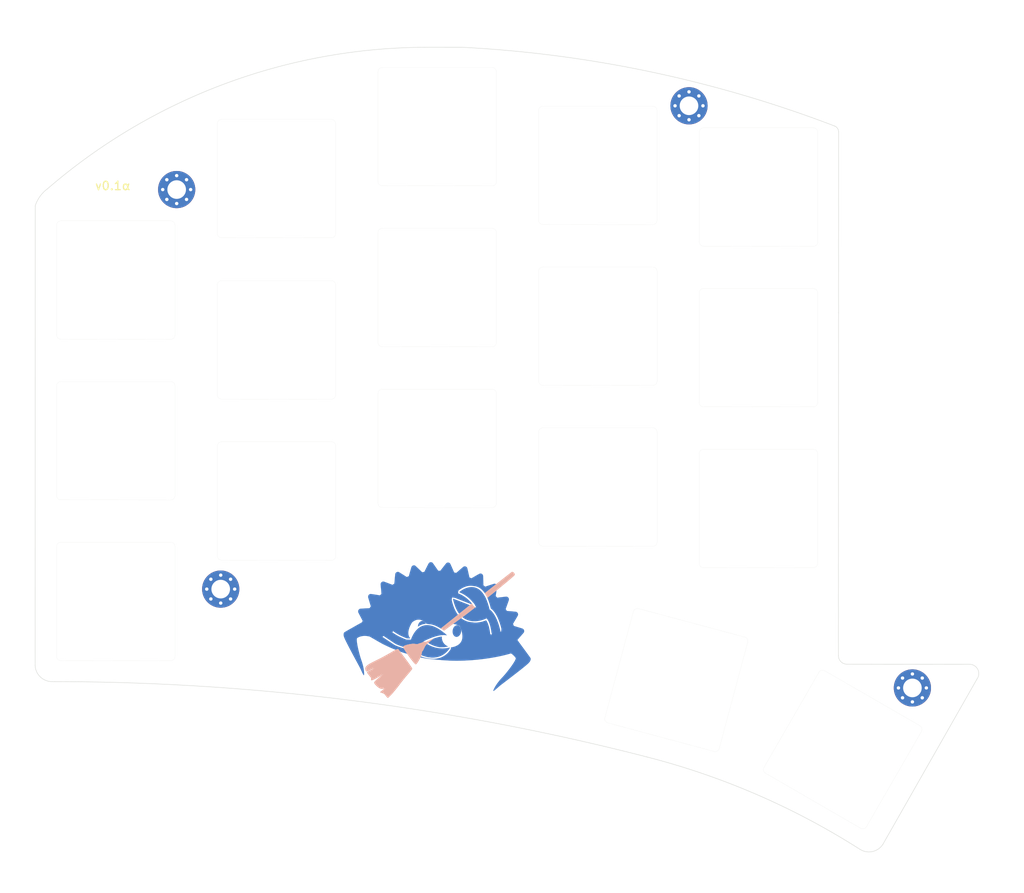
<source format=kicad_pcb>
(kicad_pcb (version 20171130) (host pcbnew "(5.1.4)-1")
  (layers (0 F.Cu signal) (31 B.Cu signal) (34 B.Paste user) (35 F.Paste user) (36 B.SilkS user) (37 F.SilkS user) (38 B.Mask user) (39 F.Mask user) (44 Edge.Cuts user))
  (net 0 "")
  (net 1 gnd)
  (module Duckyb-Parts:MX-Plate-Cuts (layer F.Cu) (at 120.98 104.008)
    (fp_text reference SW18 hide)
    (fp_text value SW_Push hide)
    (fp_arc (start 6.5 6.5) (end 6.5 7) (angle -90) (layer Edge.Cuts) (width 0.010007))
    (fp_line (start -7 -6.5) (end -7 6.490924) (layer Edge.Cuts) (width 0.010007))
    (fp_arc (start 6.5 -6.5) (end 7 -6.5) (angle -90) (layer Edge.Cuts) (width 0.010007))
    (fp_arc (start -6.5 -6.5) (end -6.5 -7) (angle -90) (layer Edge.Cuts) (width 0.010007))
    (fp_line (start -6.5 6.990924) (end 6.5 7) (layer Edge.Cuts) (width 0.010007))
    (fp_arc (start -6.5 6.490924) (end -7 6.490924) (angle -90) (layer Edge.Cuts) (width 0.010007))
    (fp_line (start -6.5 -7) (end 6.5 -7) (layer Edge.Cuts) (width 0.010007))
    (fp_line (start 7 -6.5) (end 7 6.5) (layer Edge.Cuts) (width 0.010007))
  )
  (module Duckyb-Parts:MX-Plate-Cuts (layer F.Cu) (at 111.272 124.288 345)
    (fp_text reference SW21 hide)
    (fp_text value SW_Push hide)
    (fp_arc (start 6.5 6.5) (end 6.5 7) (angle -90) (layer Edge.Cuts) (width 0.010007))
    (fp_line (start -7 -6.5) (end -7 6.490924) (layer Edge.Cuts) (width 0.010007))
    (fp_arc (start 6.5 -6.5) (end 7 -6.5) (angle -90) (layer Edge.Cuts) (width 0.010007))
    (fp_arc (start -6.5 -6.5) (end -6.5 -7) (angle -90) (layer Edge.Cuts) (width 0.010007))
    (fp_line (start -6.5 6.990924) (end 6.5 7) (layer Edge.Cuts) (width 0.010007))
    (fp_arc (start -6.5 6.490924) (end -7 6.490924) (angle -90) (layer Edge.Cuts) (width 0.010007))
    (fp_line (start -6.5 -7) (end 6.5 -7) (layer Edge.Cuts) (width 0.010007))
    (fp_line (start 7 -6.5) (end 7 6.5) (layer Edge.Cuts) (width 0.010007))
  )
  (module Duckyb-Parts:MX-Plate-Cuts (layer F.Cu) (at 130.95 132.504 330)
    (fp_text reference SW20 hide)
    (fp_text value SW_Push hide)
    (fp_arc (start 6.5 6.5) (end 6.5 7) (angle -90) (layer Edge.Cuts) (width 0.010007))
    (fp_line (start -7 -6.5) (end -7 6.490924) (layer Edge.Cuts) (width 0.010007))
    (fp_arc (start 6.5 -6.5) (end 7 -6.5) (angle -90) (layer Edge.Cuts) (width 0.010007))
    (fp_arc (start -6.5 -6.5) (end -6.5 -7) (angle -90) (layer Edge.Cuts) (width 0.010007))
    (fp_line (start -6.5 6.990924) (end 6.5 7) (layer Edge.Cuts) (width 0.010007))
    (fp_arc (start -6.5 6.490924) (end -7 6.490924) (angle -90) (layer Edge.Cuts) (width 0.010007))
    (fp_line (start -6.5 -7) (end 6.5 -7) (layer Edge.Cuts) (width 0.010007))
    (fp_line (start 7 -6.5) (end 7 6.5) (layer Edge.Cuts) (width 0.010007))
  )
  (module Duckyb-Parts:MX-Plate-Cuts (layer F.Cu) (at 102 101.468)
    (fp_text reference SW17 hide)
    (fp_text value SW_Push hide)
    (fp_arc (start 6.5 6.5) (end 6.5 7) (angle -90) (layer Edge.Cuts) (width 0.010007))
    (fp_line (start -7 -6.5) (end -7 6.490924) (layer Edge.Cuts) (width 0.010007))
    (fp_arc (start 6.5 -6.5) (end 7 -6.5) (angle -90) (layer Edge.Cuts) (width 0.010007))
    (fp_arc (start -6.5 -6.5) (end -6.5 -7) (angle -90) (layer Edge.Cuts) (width 0.010007))
    (fp_line (start -6.5 6.990924) (end 6.5 7) (layer Edge.Cuts) (width 0.010007))
    (fp_arc (start -6.5 6.490924) (end -7 6.490924) (angle -90) (layer Edge.Cuts) (width 0.010007))
    (fp_line (start -6.5 -7) (end 6.5 -7) (layer Edge.Cuts) (width 0.010007))
    (fp_line (start 7 -6.5) (end 7 6.5) (layer Edge.Cuts) (width 0.010007))
  )
  (module Duckyb-Parts:MX-Plate-Cuts (layer F.Cu) (at 83 96.896)
    (fp_text reference SW16 hide)
    (fp_text value SW_Push hide)
    (fp_arc (start 6.5 6.5) (end 6.5 7) (angle -90) (layer Edge.Cuts) (width 0.010007))
    (fp_line (start -7 -6.5) (end -7 6.490924) (layer Edge.Cuts) (width 0.010007))
    (fp_arc (start 6.5 -6.5) (end 7 -6.5) (angle -90) (layer Edge.Cuts) (width 0.010007))
    (fp_arc (start -6.5 -6.5) (end -6.5 -7) (angle -90) (layer Edge.Cuts) (width 0.010007))
    (fp_line (start -6.5 6.990924) (end 6.5 7) (layer Edge.Cuts) (width 0.010007))
    (fp_arc (start -6.5 6.490924) (end -7 6.490924) (angle -90) (layer Edge.Cuts) (width 0.010007))
    (fp_line (start -6.5 -7) (end 6.5 -7) (layer Edge.Cuts) (width 0.010007))
    (fp_line (start 7 -6.5) (end 7 6.5) (layer Edge.Cuts) (width 0.010007))
  )
  (module Duckyb-Parts:MX-Plate-Cuts (layer F.Cu) (at 64.008 103.124)
    (fp_text reference SW15 hide)
    (fp_text value SW_Push hide)
    (fp_arc (start 6.5 6.5) (end 6.5 7) (angle -90) (layer Edge.Cuts) (width 0.010007))
    (fp_line (start -7 -6.5) (end -7 6.490924) (layer Edge.Cuts) (width 0.010007))
    (fp_arc (start 6.5 -6.5) (end 7 -6.5) (angle -90) (layer Edge.Cuts) (width 0.010007))
    (fp_arc (start -6.5 -6.5) (end -6.5 -7) (angle -90) (layer Edge.Cuts) (width 0.010007))
    (fp_line (start -6.5 6.990924) (end 6.5 7) (layer Edge.Cuts) (width 0.010007))
    (fp_arc (start -6.5 6.490924) (end -7 6.490924) (angle -90) (layer Edge.Cuts) (width 0.010007))
    (fp_line (start -6.5 -7) (end 6.5 -7) (layer Edge.Cuts) (width 0.010007))
    (fp_line (start 7 -6.5) (end 7 6.5) (layer Edge.Cuts) (width 0.010007))
  )
  (module Duckyb-Parts:MX-Plate-Cuts (layer F.Cu) (at 45 115)
    (fp_text reference SW14 hide)
    (fp_text value SW_Push hide)
    (fp_arc (start 6.5 6.5) (end 6.5 7) (angle -90) (layer Edge.Cuts) (width 0.010007))
    (fp_line (start -7 -6.5) (end -7 6.490924) (layer Edge.Cuts) (width 0.010007))
    (fp_arc (start 6.5 -6.5) (end 7 -6.5) (angle -90) (layer Edge.Cuts) (width 0.010007))
    (fp_arc (start -6.5 -6.5) (end -6.5 -7) (angle -90) (layer Edge.Cuts) (width 0.010007))
    (fp_line (start -6.5 6.990924) (end 6.5 7) (layer Edge.Cuts) (width 0.010007))
    (fp_arc (start -6.5 6.490924) (end -7 6.490924) (angle -90) (layer Edge.Cuts) (width 0.010007))
    (fp_line (start -6.5 -7) (end 6.5 -7) (layer Edge.Cuts) (width 0.010007))
    (fp_line (start 7 -6.5) (end 7 6.5) (layer Edge.Cuts) (width 0.010007))
  )
  (module Duckyb-Parts:MX-Plate-Cuts (layer F.Cu) (at 120.98 84.99)
    (fp_text reference SW12 hide)
    (fp_text value SW_Push hide)
    (fp_arc (start 6.5 6.5) (end 6.5 7) (angle -90) (layer Edge.Cuts) (width 0.010007))
    (fp_line (start -7 -6.5) (end -7 6.490924) (layer Edge.Cuts) (width 0.010007))
    (fp_arc (start 6.5 -6.5) (end 7 -6.5) (angle -90) (layer Edge.Cuts) (width 0.010007))
    (fp_arc (start -6.5 -6.5) (end -6.5 -7) (angle -90) (layer Edge.Cuts) (width 0.010007))
    (fp_line (start -6.5 6.990924) (end 6.5 7) (layer Edge.Cuts) (width 0.010007))
    (fp_arc (start -6.5 6.490924) (end -7 6.490924) (angle -90) (layer Edge.Cuts) (width 0.010007))
    (fp_line (start -6.5 -7) (end 6.5 -7) (layer Edge.Cuts) (width 0.010007))
    (fp_line (start 7 -6.5) (end 7 6.5) (layer Edge.Cuts) (width 0.010007))
  )
  (module Duckyb-Parts:MX-Plate-Cuts (layer F.Cu) (at 102 82.45)
    (fp_text reference SW11 hide)
    (fp_text value SW_Push hide)
    (fp_arc (start 6.5 6.5) (end 6.5 7) (angle -90) (layer Edge.Cuts) (width 0.010007))
    (fp_line (start -7 -6.5) (end -7 6.490924) (layer Edge.Cuts) (width 0.010007))
    (fp_arc (start 6.5 -6.5) (end 7 -6.5) (angle -90) (layer Edge.Cuts) (width 0.010007))
    (fp_arc (start -6.5 -6.5) (end -6.5 -7) (angle -90) (layer Edge.Cuts) (width 0.010007))
    (fp_line (start -6.5 6.990924) (end 6.5 7) (layer Edge.Cuts) (width 0.010007))
    (fp_arc (start -6.5 6.490924) (end -7 6.490924) (angle -90) (layer Edge.Cuts) (width 0.010007))
    (fp_line (start -6.5 -7) (end 6.5 -7) (layer Edge.Cuts) (width 0.010007))
    (fp_line (start 7 -6.5) (end 7 6.5) (layer Edge.Cuts) (width 0.010007))
  )
  (module Duckyb-Parts:MX-Plate-Cuts (layer F.Cu) (at 83 77.878)
    (fp_text reference SW10 hide)
    (fp_text value SW_Push hide)
    (fp_arc (start 6.5 6.5) (end 6.5 7) (angle -90) (layer Edge.Cuts) (width 0.010007))
    (fp_line (start -7 -6.5) (end -7 6.490924) (layer Edge.Cuts) (width 0.010007))
    (fp_arc (start 6.5 -6.5) (end 7 -6.5) (angle -90) (layer Edge.Cuts) (width 0.010007))
    (fp_arc (start -6.5 -6.5) (end -6.5 -7) (angle -90) (layer Edge.Cuts) (width 0.010007))
    (fp_line (start -6.5 6.990924) (end 6.5 7) (layer Edge.Cuts) (width 0.010007))
    (fp_arc (start -6.5 6.490924) (end -7 6.490924) (angle -90) (layer Edge.Cuts) (width 0.010007))
    (fp_line (start -6.5 -7) (end 6.5 -7) (layer Edge.Cuts) (width 0.010007))
    (fp_line (start 7 -6.5) (end 7 6.5) (layer Edge.Cuts) (width 0.010007))
  )
  (module Duckyb-Parts:MX-Plate-Cuts (layer F.Cu) (at 64 84.074)
    (fp_text reference SW9 hide)
    (fp_text value SW_Push hide)
    (fp_arc (start 6.5 6.5) (end 6.5 7) (angle -90) (layer Edge.Cuts) (width 0.010007))
    (fp_line (start -7 -6.5) (end -7 6.490924) (layer Edge.Cuts) (width 0.010007))
    (fp_arc (start 6.5 -6.5) (end 7 -6.5) (angle -90) (layer Edge.Cuts) (width 0.010007))
    (fp_arc (start -6.5 -6.5) (end -6.5 -7) (angle -90) (layer Edge.Cuts) (width 0.010007))
    (fp_line (start -6.5 6.990924) (end 6.5 7) (layer Edge.Cuts) (width 0.010007))
    (fp_arc (start -6.5 6.490924) (end -7 6.490924) (angle -90) (layer Edge.Cuts) (width 0.010007))
    (fp_line (start -6.5 -7) (end 6.5 -7) (layer Edge.Cuts) (width 0.010007))
    (fp_line (start 7 -6.5) (end 7 6.5) (layer Edge.Cuts) (width 0.010007))
  )
  (module Duckyb-Parts:MX-Plate-Cuts (layer F.Cu) (at 45 96)
    (fp_text reference SW8 hide)
    (fp_text value SW_Push hide)
    (fp_arc (start 6.5 6.5) (end 6.5 7) (angle -90) (layer Edge.Cuts) (width 0.010007))
    (fp_line (start -7 -6.5) (end -7 6.490924) (layer Edge.Cuts) (width 0.010007))
    (fp_arc (start 6.5 -6.5) (end 7 -6.5) (angle -90) (layer Edge.Cuts) (width 0.010007))
    (fp_arc (start -6.5 -6.5) (end -6.5 -7) (angle -90) (layer Edge.Cuts) (width 0.010007))
    (fp_line (start -6.5 6.990924) (end 6.5 7) (layer Edge.Cuts) (width 0.010007))
    (fp_arc (start -6.5 6.490924) (end -7 6.490924) (angle -90) (layer Edge.Cuts) (width 0.010007))
    (fp_line (start -6.5 -7) (end 6.5 -7) (layer Edge.Cuts) (width 0.010007))
    (fp_line (start 7 -6.5) (end 7 6.5) (layer Edge.Cuts) (width 0.010007))
  )
  (module Duckyb-Parts:MX-Plate-Cuts (layer F.Cu) (at 121 66)
    (fp_text reference SW6 hide)
    (fp_text value SW_Push hide)
    (fp_arc (start 6.5 6.5) (end 6.5 7) (angle -90) (layer Edge.Cuts) (width 0.010007))
    (fp_line (start -7 -6.5) (end -7 6.490924) (layer Edge.Cuts) (width 0.010007))
    (fp_arc (start 6.5 -6.5) (end 7 -6.5) (angle -90) (layer Edge.Cuts) (width 0.010007))
    (fp_arc (start -6.5 -6.5) (end -6.5 -7) (angle -90) (layer Edge.Cuts) (width 0.010007))
    (fp_line (start -6.5 6.990924) (end 6.5 7) (layer Edge.Cuts) (width 0.010007))
    (fp_arc (start -6.5 6.490924) (end -7 6.490924) (angle -90) (layer Edge.Cuts) (width 0.010007))
    (fp_line (start -6.5 -7) (end 6.5 -7) (layer Edge.Cuts) (width 0.010007))
    (fp_line (start 7 -6.5) (end 7 6.5) (layer Edge.Cuts) (width 0.010007))
  )
  (module Duckyb-Parts:MX-Plate-Cuts (layer F.Cu) (at 101.994 63.432)
    (fp_text reference SW5 hide)
    (fp_text value SW_Push hide)
    (fp_arc (start 6.5 6.5) (end 6.5 7) (angle -90) (layer Edge.Cuts) (width 0.010007))
    (fp_line (start -7 -6.5) (end -7 6.490924) (layer Edge.Cuts) (width 0.010007))
    (fp_arc (start 6.5 -6.5) (end 7 -6.5) (angle -90) (layer Edge.Cuts) (width 0.010007))
    (fp_arc (start -6.5 -6.5) (end -6.5 -7) (angle -90) (layer Edge.Cuts) (width 0.010007))
    (fp_line (start -6.5 6.990924) (end 6.5 7) (layer Edge.Cuts) (width 0.010007))
    (fp_arc (start -6.5 6.490924) (end -7 6.490924) (angle -90) (layer Edge.Cuts) (width 0.010007))
    (fp_line (start -6.5 -7) (end 6.5 -7) (layer Edge.Cuts) (width 0.010007))
    (fp_line (start 7 -6.5) (end 7 6.5) (layer Edge.Cuts) (width 0.010007))
  )
  (module Duckyb-Parts:MX-Plate-Cuts (layer F.Cu) (at 83 58.86)
    (fp_text reference SW4 hide)
    (fp_text value SW_Push hide)
    (fp_arc (start 6.5 6.5) (end 6.5 7) (angle -90) (layer Edge.Cuts) (width 0.010007))
    (fp_line (start -7 -6.5) (end -7 6.490924) (layer Edge.Cuts) (width 0.010007))
    (fp_arc (start 6.5 -6.5) (end 7 -6.5) (angle -90) (layer Edge.Cuts) (width 0.010007))
    (fp_arc (start -6.5 -6.5) (end -6.5 -7) (angle -90) (layer Edge.Cuts) (width 0.010007))
    (fp_line (start -6.5 6.990924) (end 6.5 7) (layer Edge.Cuts) (width 0.010007))
    (fp_arc (start -6.5 6.490924) (end -7 6.490924) (angle -90) (layer Edge.Cuts) (width 0.010007))
    (fp_line (start -6.5 -7) (end 6.5 -7) (layer Edge.Cuts) (width 0.010007))
    (fp_line (start 7 -6.5) (end 7 6.5) (layer Edge.Cuts) (width 0.010007))
  )
  (module Duckyb-Parts:MX-Plate-Cuts (layer F.Cu) (at 64 65)
    (fp_text reference SW3 hide)
    (fp_text value SW_Push hide)
    (fp_arc (start 6.5 6.5) (end 6.5 7) (angle -90) (layer Edge.Cuts) (width 0.010007))
    (fp_line (start -7 -6.5) (end -7 6.490924) (layer Edge.Cuts) (width 0.010007))
    (fp_arc (start 6.5 -6.5) (end 7 -6.5) (angle -90) (layer Edge.Cuts) (width 0.010007))
    (fp_arc (start -6.5 -6.5) (end -6.5 -7) (angle -90) (layer Edge.Cuts) (width 0.010007))
    (fp_line (start -6.5 6.990924) (end 6.5 7) (layer Edge.Cuts) (width 0.010007))
    (fp_arc (start -6.5 6.490924) (end -7 6.490924) (angle -90) (layer Edge.Cuts) (width 0.010007))
    (fp_line (start -6.5 -7) (end 6.5 -7) (layer Edge.Cuts) (width 0.010007))
    (fp_line (start 7 -6.5) (end 7 6.5) (layer Edge.Cuts) (width 0.010007))
  )
  (module Duckyb-Parts:MX-Plate-Cuts (layer F.Cu) (at 45 77)
    (fp_text reference SW2 hide)
    (fp_text value SW_Push hide)
    (fp_arc (start 6.5 6.5) (end 6.5 7) (angle -90) (layer Edge.Cuts) (width 0.010007))
    (fp_line (start -7 -6.5) (end -7 6.490924) (layer Edge.Cuts) (width 0.010007))
    (fp_arc (start 6.5 -6.5) (end 7 -6.5) (angle -90) (layer Edge.Cuts) (width 0.010007))
    (fp_arc (start -6.5 -6.5) (end -6.5 -7) (angle -90) (layer Edge.Cuts) (width 0.010007))
    (fp_line (start -6.5 6.990924) (end 6.5 7) (layer Edge.Cuts) (width 0.010007))
    (fp_arc (start -6.5 6.490924) (end -7 6.490924) (angle -90) (layer Edge.Cuts) (width 0.010007))
    (fp_line (start -6.5 -7) (end 6.5 -7) (layer Edge.Cuts) (width 0.010007))
    (fp_line (start 7 -6.5) (end 7 6.5) (layer Edge.Cuts) (width 0.010007))
  )
  (module MountingHole:MountingHole_3.2mm_M3 (layer F.Cu) (at 92.456 106.045)
    (fp_text reference Puck3 hide)
    (fp_text value MountingHole_3.2mm_M3)
    (pad 1 np_thru_hole circle (at 0 0) (size 3.2 3.2) (drill 3.2) (layers *.Cu *.Mask))
  )
  (module MountingHole:MountingHole_3.2mm_M3 (layer F.Cu) (at 73.406 86.995)
    (fp_text reference Puck4 hide)
    (fp_text value MountingHole_3.2mm_M3)
    (pad 1 np_thru_hole circle (at 0 0) (size 3.2 3.2) (drill 3.2) (layers *.Cu *.Mask))
  )
  (module MountingHole:MountingHole_3.2mm_M3 (layer F.Cu) (at 111.506 86.995)
    (fp_text reference Puck2 hide)
    (fp_text value MountingHole_3.2mm_M3)
    (pad 1 np_thru_hole circle (at 0 0) (size 3.2 3.2) (drill 3.2) (layers *.Cu *.Mask))
  )
  (module MountingHole:MountingHole_3.2mm_M3 (layer F.Cu) (at 92.456 67.945)
    (fp_text reference Puck1 hide)
    (fp_text value MountingHole_3.2mm_M3)
    (pad 1 np_thru_hole circle (at 0 0) (size 3.2 3.2) (drill 3.2) (layers *.Cu *.Mask))
  )
  (module MountingHole:MountingHole_2.2mm_M2_Pad_Via (layer F.Cu) (at 57.404 113.538)
    (fp_text reference "Mounting 03" hide)
    (fp_text value MountingHole_2.2mm_M2_Pad_Via)
    (pad 1 thru_hole circle (at 1.166726 -1.166726) (size 0.7 0.7) (drill 0.4) (layers *.Cu *.Mask))
    (pad 1 thru_hole circle (at 0 -1.65) (size 0.7 0.7) (drill 0.4) (layers *.Cu *.Mask))
    (pad 1 thru_hole circle (at -1.166726 -1.166726) (size 0.7 0.7) (drill 0.4) (layers *.Cu *.Mask))
    (pad 1 thru_hole circle (at -1.65 0) (size 0.7 0.7) (drill 0.4) (layers *.Cu *.Mask))
    (pad 1 thru_hole circle (at -1.166726 1.166726) (size 0.7 0.7) (drill 0.4) (layers *.Cu *.Mask))
    (pad 1 thru_hole circle (at 0 1.65) (size 0.7 0.7) (drill 0.4) (layers *.Cu *.Mask))
    (pad 1 thru_hole circle (at 1.166726 1.166726) (size 0.7 0.7) (drill 0.4) (layers *.Cu *.Mask))
    (pad 1 thru_hole circle (at 1.65 0) (size 0.7 0.7) (drill 0.4) (layers *.Cu *.Mask))
    (pad 1 thru_hole circle (at 0 0) (size 4.4 4.4) (drill 2.2) (layers *.Cu *.Mask))
  )
  (module MountingHole:MountingHole_2.2mm_M2_Pad_Via (layer F.Cu) (at 139.192 125.222)
    (fp_text reference "Mounting 02" hide)
    (fp_text value MountingHole_2.2mm_M2_Pad_Via)
    (pad 1 thru_hole circle (at 1.166726 -1.166726) (size 0.7 0.7) (drill 0.4) (layers *.Cu *.Mask))
    (pad 1 thru_hole circle (at 0 -1.65) (size 0.7 0.7) (drill 0.4) (layers *.Cu *.Mask))
    (pad 1 thru_hole circle (at -1.166726 -1.166726) (size 0.7 0.7) (drill 0.4) (layers *.Cu *.Mask))
    (pad 1 thru_hole circle (at -1.65 0) (size 0.7 0.7) (drill 0.4) (layers *.Cu *.Mask))
    (pad 1 thru_hole circle (at -1.166726 1.166726) (size 0.7 0.7) (drill 0.4) (layers *.Cu *.Mask))
    (pad 1 thru_hole circle (at 0 1.65) (size 0.7 0.7) (drill 0.4) (layers *.Cu *.Mask))
    (pad 1 thru_hole circle (at 1.166726 1.166726) (size 0.7 0.7) (drill 0.4) (layers *.Cu *.Mask))
    (pad 1 thru_hole circle (at 1.65 0) (size 0.7 0.7) (drill 0.4) (layers *.Cu *.Mask))
    (pad 1 thru_hole circle (at 0 0) (size 4.4 4.4) (drill 2.2) (layers *.Cu *.Mask))
  )
  (module MountingHole:MountingHole_2.2mm_M2_Pad_Via (layer F.Cu) (at 112.776 56.388)
    (fp_text reference "Mounting 01" hide)
    (fp_text value MountingHole_2.2mm_M2_Pad_Via)
    (pad 1 thru_hole circle (at 1.166726 -1.166726) (size 0.7 0.7) (drill 0.4) (layers *.Cu *.Mask))
    (pad 1 thru_hole circle (at 0 -1.65) (size 0.7 0.7) (drill 0.4) (layers *.Cu *.Mask))
    (pad 1 thru_hole circle (at -1.166726 -1.166726) (size 0.7 0.7) (drill 0.4) (layers *.Cu *.Mask))
    (pad 1 thru_hole circle (at -1.65 0) (size 0.7 0.7) (drill 0.4) (layers *.Cu *.Mask))
    (pad 1 thru_hole circle (at -1.166726 1.166726) (size 0.7 0.7) (drill 0.4) (layers *.Cu *.Mask))
    (pad 1 thru_hole circle (at 0 1.65) (size 0.7 0.7) (drill 0.4) (layers *.Cu *.Mask))
    (pad 1 thru_hole circle (at 1.166726 1.166726) (size 0.7 0.7) (drill 0.4) (layers *.Cu *.Mask))
    (pad 1 thru_hole circle (at 1.65 0) (size 0.7 0.7) (drill 0.4) (layers *.Cu *.Mask))
    (pad 1 thru_hole circle (at 0 0) (size 4.4 4.4) (drill 2.2) (layers *.Cu *.Mask))
  )
  (module MountingHole:MountingHole_2.2mm_M2_Pad_Via (layer F.Cu) (at 52.197 66.294)
    (fp_text reference "Mounting 04" hide)
    (fp_text value MountingHole_2.2mm_M2_Pad_Via)
    (pad 1 thru_hole circle (at 1.166726 -1.166726) (size 0.7 0.7) (drill 0.4) (layers *.Cu *.Mask))
    (pad 1 thru_hole circle (at 0 -1.65) (size 0.7 0.7) (drill 0.4) (layers *.Cu *.Mask))
    (pad 1 thru_hole circle (at -1.166726 -1.166726) (size 0.7 0.7) (drill 0.4) (layers *.Cu *.Mask))
    (pad 1 thru_hole circle (at -1.65 0) (size 0.7 0.7) (drill 0.4) (layers *.Cu *.Mask))
    (pad 1 thru_hole circle (at -1.166726 1.166726) (size 0.7 0.7) (drill 0.4) (layers *.Cu *.Mask))
    (pad 1 thru_hole circle (at 0 1.65) (size 0.7 0.7) (drill 0.4) (layers *.Cu *.Mask))
    (pad 1 thru_hole circle (at 1.166726 1.166726) (size 0.7 0.7) (drill 0.4) (layers *.Cu *.Mask))
    (pad 1 thru_hole circle (at 1.65 0) (size 0.7 0.7) (drill 0.4) (layers *.Cu *.Mask))
    (pad 1 thru_hole circle (at 0 0) (size 4.4 4.4) (drill 2.2) (layers *.Cu *.Mask))
  )
  (module Kailh:ferris_broom (layer B.Cu) (at 84.455 118.745 173)
    (fp_text reference G*** hide)
    (fp_text value LOGO hide)
    (fp_poly (pts (xy -2.070755 5.735079) (xy -2.013767 5.733193) (xy -1.962647 5.729706) (xy -1.947334 5.728157) (xy -1.91579 5.72403) (xy -1.878997 5.7183) (xy -1.841135 5.711737) (xy -1.806387 5.705109) (xy -1.778935 5.699187) (xy -1.762962 5.694739) (xy -1.761197 5.693913) (xy -1.749383 5.689933) (xy -1.733913 5.686542) (xy -1.69976 5.678685) (xy -1.654944 5.666018) (xy -1.604482 5.650132) (xy -1.553391 5.632615) (xy -1.506685 5.615056) (xy -1.500717 5.612659) (xy -1.452864 5.593201) (xy -1.41605 5.578176) (xy -1.397757 5.569244) (xy -1.388734 5.561978) (xy -1.388534 5.561206) (xy -1.381213 5.555741) (xy -1.363354 5.550046) (xy -1.361017 5.54952) (xy -1.334178 5.540519) (xy -1.312334 5.52897) (xy -1.296618 5.519291) (xy -1.269751 5.503909) (xy -1.235579 5.484988) (xy -1.20015 5.465865) (xy -1.165151 5.446711) (xy -1.136388 5.43002) (xy -1.116756 5.41754) (xy -1.109147 5.411019) (xy -1.109134 5.410901) (xy -1.10226 5.403266) (xy -1.08585 5.394053) (xy -1.067279 5.384314) (xy -1.042639 5.369673) (xy -1.017625 5.353721) (xy -0.997933 5.340048) (xy -0.9906 5.334) (xy -0.981678 5.327142) (xy -0.963529 5.314319) (xy -0.950384 5.305308) (xy -0.929902 5.290103) (xy -0.916869 5.277912) (xy -0.9144 5.273582) (xy -0.907692 5.266773) (xy -0.903817 5.26626) (xy -0.891672 5.261021) (xy -0.87273 5.247713) (xy -0.861947 5.238743) (xy -0.83469 5.215391) (xy -0.805662 5.191395) (xy -0.798736 5.185833) (xy -0.783298 5.173272) (xy -0.766052 5.158572) (xy -0.744798 5.139762) (xy -0.717335 5.114874) (xy -0.681463 5.08194) (xy -0.645536 5.048757) (xy -0.620612 5.023913) (xy -0.5975 4.997804) (xy -0.57919 4.974145) (xy -0.568671 4.956653) (xy -0.567267 4.951469) (xy -0.574481 4.944193) (xy -0.592494 4.934555) (xy -0.615857 4.924975) (xy -0.639126 4.917873) (xy -0.646085 4.916446) (xy -0.66792 4.910824) (xy -0.688468 4.903524) (xy -0.709079 4.896441) (xy -0.723126 4.893733) (xy -0.736557 4.891119) (xy -0.760155 4.884352) (xy -0.781842 4.877256) (xy -0.807062 4.869305) (xy -0.824412 4.865225) (xy -0.829734 4.865593) (xy -0.834929 4.865546) (xy -0.840317 4.861881) (xy -0.855473 4.854392) (xy -0.878215 4.847573) (xy -0.880534 4.847062) (xy -0.905832 4.839411) (xy -0.926267 4.82956) (xy -0.926868 4.829151) (xy -0.94749 4.819766) (xy -0.96086 4.817533) (xy -0.979529 4.813619) (xy -1.003289 4.803975) (xy -1.007659 4.801729) (xy -1.035188 4.789332) (xy -1.062581 4.780376) (xy -1.064684 4.779889) (xy -1.083341 4.77372) (xy -1.092105 4.76673) (xy -1.0922 4.76606) (xy -1.099409 4.760066) (xy -1.112072 4.758267) (xy -1.132942 4.75281) (xy -1.151467 4.741333) (xy -1.169281 4.729143) (xy -1.183206 4.7244) (xy -1.199285 4.720663) (xy -1.217894 4.712669) (xy -1.23352 4.704764) (xy -1.26091 4.691156) (xy -1.296604 4.673555) (xy -1.337143 4.653672) (xy -1.350434 4.647174) (xy -1.389858 4.627766) (xy -1.423633 4.610852) (xy -1.448933 4.59787) (xy -1.462935 4.590257) (xy -1.464734 4.589042) (xy -1.474577 4.582584) (xy -1.492773 4.5728) (xy -1.494367 4.572) (xy -1.512926 4.562153) (xy -1.523685 4.555359) (xy -1.524 4.555067) (xy -1.533841 4.548685) (xy -1.552032 4.538937) (xy -1.553634 4.538133) (xy -1.572192 4.528291) (xy -1.582951 4.521505) (xy -1.583267 4.521213) (xy -1.593061 4.514343) (xy -1.615209 4.501387) (xy -1.646767 4.483895) (xy -1.66297 4.472895) (xy -1.669742 4.466167) (xy -1.681018 4.458082) (xy -1.68361 4.4577) (xy -1.694208 4.453086) (xy -1.71368 4.441126) (xy -1.732602 4.428096) (xy -1.755478 4.412672) (xy -1.77295 4.40277) (xy -1.780117 4.40058) (xy -1.786238 4.396375) (xy -1.786467 4.3942) (xy -1.79291 4.385979) (xy -1.794934 4.385733) (xy -1.807142 4.380633) (xy -1.820334 4.370917) (xy -1.840889 4.352931) (xy -1.8542 4.341283) (xy -1.869873 4.33012) (xy -1.8796 4.326467) (xy -1.887821 4.320024) (xy -1.888067 4.318) (xy -1.894943 4.310532) (xy -1.901033 4.309533) (xy -1.91516 4.302683) (xy -1.918872 4.296833) (xy -1.929139 4.285588) (xy -1.934834 4.284133) (xy -1.946994 4.280058) (xy -1.948745 4.277783) (xy -1.956307 4.269799) (xy -1.973742 4.254458) (xy -1.997562 4.234807) (xy -2.002367 4.23096) (xy -2.05897 4.185366) (xy -2.107345 4.145084) (xy -2.152571 4.105695) (xy -2.199724 4.062784) (xy -2.25082 4.014837) (xy -2.282144 3.986602) (xy -2.31506 3.959258) (xy -2.343577 3.937729) (xy -2.3495 3.933712) (xy -2.382716 3.908023) (xy -2.422294 3.871176) (xy -2.465482 3.826283) (xy -2.509527 3.776456) (xy -2.551678 3.724809) (xy -2.589183 3.674454) (xy -2.619144 3.628746) (xy -2.632928 3.60764) (xy -2.652372 3.580174) (xy -2.668043 3.559171) (xy -2.690166 3.527118) (xy -2.712998 3.489087) (xy -2.727361 3.461805) (xy -2.741979 3.433921) (xy -2.755504 3.412175) (xy -2.765069 3.401168) (xy -2.765246 3.401062) (xy -2.776185 3.389869) (xy -2.772838 3.38069) (xy -2.761979 3.3782) (xy -2.745394 3.38026) (xy -2.719645 3.385523) (xy -2.703126 3.389552) (xy -2.659361 3.400905) (xy -2.296252 3.040302) (xy -2.179516 2.924591) (xy -2.064878 2.811389) (xy -1.953713 2.702039) (xy -1.847395 2.597883) (xy -1.747298 2.500265) (xy -1.654795 2.410526) (xy -1.57126 2.33001) (xy -1.498069 2.260059) (xy -1.490134 2.252522) (xy -1.435936 2.201049) (xy -1.392906 2.159989) (xy -1.359926 2.1281) (xy -1.335881 2.104141) (xy -1.319654 2.086869) (xy -1.310128 2.075042) (xy -1.306187 2.067418) (xy -1.306715 2.062755) (xy -1.310595 2.05981) (xy -1.31522 2.057912) (xy -1.335836 2.04737) (xy -1.347003 2.039052) (xy -1.360058 2.029955) (xy -1.383666 2.016257) (xy -1.413109 2.000674) (xy -1.418167 1.998126) (xy -1.449636 1.981792) (xy -1.47753 1.966258) (xy -1.496319 1.954618) (xy -1.497626 1.953683) (xy -1.517702 1.942744) (xy -1.533609 1.938867) (xy -1.546724 1.934474) (xy -1.5494 1.928989) (xy -1.552509 1.92298) (xy -1.554445 1.924155) (xy -1.564266 1.92363) (xy -1.582504 1.916106) (xy -1.588569 1.912866) (xy -1.609834 1.902294) (xy -1.625786 1.896729) (xy -1.627975 1.896481) (xy -1.642532 1.89276) (xy -1.660765 1.884708) (xy -1.69831 1.868494) (xy -1.74143 1.854734) (xy -1.766179 1.849081) (xy -1.786701 1.844) (xy -1.798574 1.839186) (xy -1.814186 1.832973) (xy -1.824567 1.830496) (xy -1.846536 1.826373) (xy -1.858182 1.823299) (xy -1.865883 1.819529) (xy -1.8669 1.818913) (xy -1.880912 1.813315) (xy -1.90606 1.80559) (xy -1.936925 1.797166) (xy -1.96809 1.789471) (xy -1.994134 1.783934) (xy -2.0066 1.782091) (xy -2.028804 1.778781) (xy -2.056421 1.772863) (xy -2.061634 1.771551) (xy -2.086245 1.765782) (xy -2.10518 1.762402) (xy -2.1082 1.762121) (xy -2.124082 1.760743) (xy -2.148861 1.758045) (xy -2.159 1.756841) (xy -2.305927 1.744119) (xy -2.460366 1.740238) (xy -2.616413 1.745054) (xy -2.768162 1.758421) (xy -2.878667 1.774503) (xy -2.906407 1.779029) (xy -2.931223 1.782618) (xy -2.955197 1.786837) (xy -2.983266 1.793214) (xy -2.986257 1.793986) (xy -3.042283 1.808501) (xy -3.082076 1.818429) (xy -3.105611 1.823765) (xy -3.1115 1.82473) (xy -3.127667 1.82777) (xy -3.151485 1.833749) (xy -3.174475 1.840449) (xy -3.183467 1.843551) (xy -3.198545 1.847117) (xy -3.202785 1.846988) (xy -3.21378 1.849392) (xy -3.234258 1.85712) (xy -3.246771 1.862577) (xy -3.270943 1.872644) (xy -3.289611 1.878752) (xy -3.294782 1.8796) (xy -3.308606 1.882445) (xy -3.333658 1.889919) (xy -3.365418 1.900426) (xy -3.399364 1.912375) (xy -3.430976 1.924171) (xy -3.455733 1.934221) (xy -3.469115 1.94093) (xy -3.469422 1.941163) (xy -3.481387 1.946064) (xy -3.485257 1.944699) (xy -3.494781 1.945644) (xy -3.514807 1.953018) (xy -3.540037 1.964756) (xy -3.566417 1.977743) (xy -3.586726 1.987136) (xy -3.596168 1.990774) (xy -3.608624 1.995179) (xy -3.633452 2.005979) (xy -3.667953 2.021854) (xy -3.709424 2.041482) (xy -3.755166 2.063543) (xy -3.802478 2.086715) (xy -3.848659 2.109679) (xy -3.891009 2.131112) (xy -3.926827 2.149694) (xy -3.953413 2.164103) (xy -3.966429 2.171879) (xy -3.98478 2.183619) (xy -4.013092 2.201131) (xy -4.046745 2.221575) (xy -4.066578 2.233469) (xy -4.141123 2.277946) (xy -4.166062 2.263214) (xy -4.182833 2.25204) (xy -4.190878 2.244189) (xy -4.191 2.243637) (xy -4.196453 2.235762) (xy -4.211055 2.218735) (xy -4.232176 2.195567) (xy -4.243917 2.183086) (xy -4.282792 2.141536) (xy -4.311807 2.108922) (xy -4.333329 2.08247) (xy -4.349727 2.059403) (xy -4.350795 2.057765) (xy -4.365502 2.03706) (xy -4.377267 2.022726) (xy -4.388135 2.008492) (xy -4.403941 1.984977) (xy -4.419601 1.959976) (xy -4.436055 1.933584) (xy -4.450101 1.912459) (xy -4.458294 1.901656) (xy -4.465894 1.890317) (xy -4.478754 1.867674) (xy -4.494699 1.837636) (xy -4.503518 1.820333) (xy -4.521058 1.785565) (xy -4.537267 1.753678) (xy -4.549583 1.7297) (xy -4.553101 1.722967) (xy -4.56451 1.701134) (xy -4.573819 1.682438) (xy -4.583879 1.660939) (xy -4.59754 1.630694) (xy -4.599823 1.6256) (xy -4.615489 1.590924) (xy -4.633411 1.55167) (xy -4.644207 1.528233) (xy -4.655959 1.502202) (xy -4.663982 1.48317) (xy -4.666521 1.475356) (xy -4.669029 1.467185) (xy -4.676768 1.447947) (xy -4.686716 1.424881) (xy -4.698389 1.397194) (xy -4.706961 1.374454) (xy -4.710155 1.363458) (xy -4.716227 1.344645) (xy -4.718775 1.339882) (xy -4.726507 1.322361) (xy -4.728771 1.314482) (xy -4.733021 1.299758) (xy -4.741585 1.272692) (xy -4.753239 1.236938) (xy -4.766757 1.196147) (xy -4.780914 1.153976) (xy -4.794486 1.114076) (xy -4.806248 1.080102) (xy -4.814974 1.055707) (xy -4.818906 1.045633) (xy -4.825384 1.028109) (xy -4.833854 1.00132) (xy -4.83939 0.982133) (xy -4.848012 0.951076) (xy -4.853486 0.931763) (xy -4.857161 0.919616) (xy -4.860389 0.910054) (xy -4.861855 0.905933) (xy -4.868436 0.885379) (xy -4.876284 0.858025) (xy -4.883583 0.830562) (xy -4.888513 0.809679) (xy -4.88946 0.804333) (xy -4.892803 0.788878) (xy -4.899338 0.764723) (xy -4.902643 0.753533) (xy -4.909664 0.729081) (xy -4.914085 0.711191) (xy -4.914775 0.706967) (xy -4.91934 0.691914) (xy -4.920362 0.690033) (xy -4.92499 0.67698) (xy -4.930473 0.655055) (xy -4.935276 0.631437) (xy -4.937859 0.613305) (xy -4.937828 0.608491) (xy -4.942569 0.599489) (xy -4.953337 0.588129) (xy -4.966151 0.569374) (xy -4.969934 0.553568) (xy -4.972994 0.534634) (xy -4.980814 0.507721) (xy -4.986867 0.491066) (xy -4.996249 0.466605) (xy -5.002398 0.449303) (xy -5.003801 0.444186) (xy -4.995894 0.442635) (xy -4.974416 0.441374) (xy -4.942725 0.44054) (xy -4.907471 0.440267) (xy -4.858575 0.441078) (xy -4.825375 0.443592) (xy -4.806709 0.447925) (xy -4.80243 0.45085) (xy -4.796046 0.465159) (xy -4.789915 0.489191) (xy -4.787716 0.501754) (xy -4.782751 0.526331) (xy -4.776939 0.543089) (xy -4.774224 0.546704) (xy -4.767907 0.558099) (xy -4.766734 0.56747) (xy -4.764223 0.585366) (xy -4.757934 0.610759) (xy -4.755175 0.619887) (xy -4.746726 0.64924) (xy -4.73758 0.685216) (xy -4.732587 0.706967) (xy -4.725807 0.735286) (xy -4.719432 0.757098) (xy -4.715622 0.766233) (xy -4.710566 0.778721) (xy -4.703841 0.801902) (xy -4.699102 0.821267) (xy -4.691063 0.852638) (xy -4.682224 0.881313) (xy -4.677762 0.893233) (xy -4.670016 0.913835) (xy -4.65964 0.944425) (xy -4.648752 0.978736) (xy -4.647716 0.982133) (xy -4.635131 1.02196) (xy -4.620636 1.065324) (xy -4.60563 1.108299) (xy -4.591515 1.146961) (xy -4.57969 1.177386) (xy -4.571557 1.195648) (xy -4.571474 1.195802) (xy -4.564695 1.213623) (xy -4.563534 1.221459) (xy -4.560378 1.233487) (xy -4.551874 1.257388) (xy -4.539464 1.289521) (xy -4.524594 1.326249) (xy -4.508708 1.363931) (xy -4.493249 1.398928) (xy -4.492197 1.401233) (xy -4.482454 1.422676) (xy -4.469047 1.45235) (xy -4.457757 1.477433) (xy -4.443475 1.508535) (xy -4.429785 1.537226) (xy -4.421541 1.553633) (xy -4.410349 1.575105) (xy -4.402 1.591531) (xy -4.401901 1.591733) (xy -4.374228 1.647385) (xy -4.350719 1.693428) (xy -4.332188 1.728318) (xy -4.319447 1.750514) (xy -4.314361 1.757723) (xy -4.305518 1.76946) (xy -4.29126 1.790995) (xy -4.275667 1.816043) (xy -4.258319 1.843548) (xy -4.242421 1.866792) (xy -4.232387 1.8796) (xy -4.218581 1.897092) (xy -4.203775 1.919536) (xy -4.203045 1.920764) (xy -4.191271 1.938205) (xy -4.182417 1.947057) (xy -4.181399 1.947333) (xy -4.173653 1.953863) (xy -4.16148 1.970196) (xy -4.157068 1.977074) (xy -4.144845 1.995788) (xy -4.133378 2.008295) (xy -4.120158 2.014366) (xy -4.102676 2.013769) (xy -4.078424 2.006275) (xy -4.044891 1.991654) (xy -3.999569 1.969676) (xy -3.98215 1.961044) (xy -3.920601 1.930654) (xy -3.866749 1.904492) (xy -3.814863 1.879834) (xy -3.759208 1.853957) (xy -3.69405 1.824138) (xy -3.690595 1.822566) (xy -3.667203 1.812833) (xy -3.634343 1.800351) (xy -3.595568 1.786334) (xy -3.554424 1.771994) (xy -3.514464 1.758544) (xy -3.479234 1.747199) (xy -3.452286 1.739171) (xy -3.437169 1.735673) (xy -3.436214 1.735614) (xy -3.421173 1.731869) (xy -3.400437 1.722871) (xy -3.399381 1.722326) (xy -3.372649 1.711464) (xy -3.331096 1.698701) (xy -3.276661 1.684554) (xy -3.211282 1.669542) (xy -3.167996 1.660415) (xy -3.141615 1.654541) (xy -3.122273 1.649356) (xy -3.116167 1.647034) (xy -3.103222 1.643128) (xy -3.076296 1.637864) (xy -3.038248 1.631654) (xy -2.991935 1.624909) (xy -2.940217 1.618041) (xy -2.885953 1.611462) (xy -2.832001 1.605582) (xy -2.8194 1.604319) (xy -2.761684 1.599843) (xy -2.691766 1.596355) (xy -2.612836 1.593855) (xy -2.528081 1.592342) (xy -2.440689 1.591815) (xy -2.353849 1.592273) (xy -2.270747 1.593714) (xy -2.194573 1.596138) (xy -2.128513 1.599544) (xy -2.075757 1.603929) (xy -2.070049 1.604571) (xy -1.991895 1.614353) (xy -1.92762 1.623948) (xy -1.874184 1.633871) (xy -1.828547 1.644635) (xy -1.820334 1.646866) (xy -1.790994 1.654912) (xy -1.754472 1.664791) (xy -1.7272 1.672091) (xy -1.69622 1.680641) (xy -1.669898 1.68844) (xy -1.655234 1.693336) (xy -1.636713 1.699579) (xy -1.610391 1.707391) (xy -1.6002 1.710203) (xy -1.566846 1.720761) (xy -1.532795 1.733816) (xy -1.526582 1.736536) (xy -1.502363 1.746301) (xy -1.483152 1.751999) (xy -1.478398 1.7526) (xy -1.464053 1.757175) (xy -1.460903 1.760415) (xy -1.449873 1.767649) (xy -1.43077 1.773788) (xy -1.413037 1.77993) (xy -1.405471 1.787011) (xy -1.405467 1.787139) (xy -1.398422 1.79362) (xy -1.389676 1.794933) (xy -1.371408 1.799783) (xy -1.353692 1.80975) (xy -1.336277 1.820751) (xy -1.309127 1.835985) (xy -1.277778 1.852359) (xy -1.274234 1.854136) (xy -1.245659 1.86879) (xy -1.223428 1.880938) (xy -1.21155 1.888367) (xy -1.210734 1.889138) (xy -1.201253 1.896357) (xy -1.18268 1.90782) (xy -1.175471 1.911936) (xy -1.144442 1.929301) (xy -1.112596 1.902334) (xy -1.088531 1.880917) (xy -1.060275 1.854312) (xy -1.042025 1.836363) (xy -1.025702 1.820447) (xy -0.998926 1.794961) (xy -0.963711 1.761794) (xy -0.922072 1.722834) (xy -0.876021 1.679972) (xy -0.827573 1.635096) (xy -0.821267 1.62927) (xy -0.758406 1.571118) (xy -0.693392 1.510779) (xy -0.628105 1.450013) (xy -0.564426 1.39058) (xy -0.504238 1.334242) (xy -0.44942 1.282756) (xy -0.401854 1.237885) (xy -0.36342 1.201388) (xy -0.341395 1.180254) (xy -0.305485 1.145541) (xy -0.420701 1.139759) (xy -0.463656 1.137225) (xy -0.500768 1.134325) (xy -0.528627 1.131378) (xy -0.543824 1.128703) (xy -0.545242 1.128116) (xy -0.561252 1.124209) (xy -0.569084 1.124643) (xy -0.583235 1.124223) (xy -0.608998 1.121125) (xy -0.642426 1.116058) (xy -0.679575 1.109732) (xy -0.716499 1.102856) (xy -0.74925 1.096139) (xy -0.773883 1.09029) (xy -0.786453 1.086019) (xy -0.787151 1.085444) (xy -0.797928 1.08073) (xy -0.817879 1.077463) (xy -0.819 1.077371) (xy -0.836751 1.074004) (xy -0.866821 1.066208) (xy -0.905506 1.055025) (xy -0.949098 1.041497) (xy -0.965303 1.036245) (xy -1.012778 1.020346) (xy -1.046641 1.007985) (xy -1.069526 0.997914) (xy -1.084063 0.988883) (xy -1.092884 0.979642) (xy -1.096214 0.974091) (xy -1.10685 0.957332) (xy -1.125236 0.931971) (xy -1.148181 0.902334) (xy -1.159584 0.888217) (xy -1.192382 0.843994) (xy -1.225498 0.792074) (xy -1.255957 0.737724) (xy -1.280781 0.686208) (xy -1.29551 0.6477) (xy -1.306217 0.618567) (xy -1.320309 0.586012) (xy -1.325393 0.575471) (xy -1.337269 0.549663) (xy -1.345601 0.52771) (xy -1.34752 0.520437) (xy -1.354654 0.50122) (xy -1.359971 0.493624) (xy -1.366894 0.482099) (xy -1.378513 0.458431) (xy -1.393159 0.426168) (xy -1.407835 0.392024) (xy -1.473801 0.219116) (xy -1.524288 0.052216) (xy -1.559283 -0.108567) (xy -1.578773 -0.263125) (xy -1.582746 -0.411347) (xy -1.571188 -0.553125) (xy -1.544087 -0.68835) (xy -1.536763 -0.714729) (xy -1.522625 -0.76045) (xy -1.508301 -0.801795) (xy -1.49491 -0.835961) (xy -1.483571 -0.860144) (xy -1.475403 -0.871543) (xy -1.47396 -0.872067) (xy -1.468704 -0.879132) (xy -1.467179 -0.887449) (xy -1.462511 -0.902042) (xy -1.451301 -0.926091) (xy -1.435883 -0.954633) (xy -1.434341 -0.957299) (xy -1.357519 -1.072624) (xy -1.265833 -1.18015) (xy -1.159586 -1.279612) (xy -1.039079 -1.370748) (xy -0.904613 -1.453292) (xy -0.814617 -1.499918) (xy -0.773639 -1.518889) (xy -0.72857 -1.538253) (xy -0.682266 -1.556952) (xy -0.637585 -1.573932) (xy -0.597387 -1.588137) (xy -0.564528 -1.598512) (xy -0.541866 -1.604) (xy -0.532748 -1.60403) (xy -0.525402 -1.604743) (xy -0.524934 -1.607162) (xy -0.517545 -1.613712) (xy -0.499407 -1.620868) (xy -0.476559 -1.62704) (xy -0.455041 -1.630639) (xy -0.440893 -1.630074) (xy -0.439833 -1.629565) (xy -0.432348 -1.63066) (xy -0.4318 -1.633567) (xy -0.424558 -1.640306) (xy -0.410634 -1.642534) (xy -0.389467 -1.642534) (xy -0.389467 -1.748482) (xy -0.388853 -1.790316) (xy -0.38718 -1.826869) (xy -0.384698 -1.854316) (xy -0.381661 -1.868834) (xy -0.381511 -1.869132) (xy -0.373766 -1.884174) (xy -0.361457 -1.908828) (xy -0.348776 -1.934634) (xy -0.313665 -2.00279) (xy -0.273086 -2.075146) (xy -0.228941 -2.148772) (xy -0.183132 -2.220739) (xy -0.137562 -2.288116) (xy -0.094131 -2.347974) (xy -0.054741 -2.397383) (xy -0.03175 -2.422984) (xy -0.020508 -2.436165) (xy -0.016934 -2.442634) (xy -0.011132 -2.451404) (xy 0.004838 -2.46966) (xy 0.028827 -2.495271) (xy 0.058685 -2.526104) (xy 0.09226 -2.56003) (xy 0.127403 -2.594915) (xy 0.161962 -2.628629) (xy 0.193787 -2.659039) (xy 0.220729 -2.684016) (xy 0.240635 -2.701426) (xy 0.251357 -2.709139) (xy 0.252143 -2.709334) (xy 0.261604 -2.715446) (xy 0.270933 -2.726267) (xy 0.284385 -2.739382) (xy 0.293969 -2.7432) (xy 0.303989 -2.7477) (xy 0.3048 -2.75044) (xy 0.311272 -2.758407) (xy 0.328396 -2.772893) (xy 0.352727 -2.791029) (xy 0.357716 -2.794536) (xy 0.383427 -2.813027) (xy 0.403076 -2.828255) (xy 0.412996 -2.837355) (xy 0.413455 -2.838096) (xy 0.423196 -2.844228) (xy 0.428272 -2.8448) (xy 0.439078 -2.849604) (xy 0.440266 -2.853267) (xy 0.447072 -2.860895) (xy 0.452261 -2.861734) (xy 0.464911 -2.866014) (xy 0.467077 -2.868912) (xy 0.47555 -2.877099) (xy 0.494468 -2.890737) (xy 0.519452 -2.907097) (xy 0.546122 -2.923451) (xy 0.570095 -2.93707) (xy 0.586994 -2.945224) (xy 0.591464 -2.9464) (xy 0.600633 -2.951795) (xy 0.601133 -2.954296) (xy 0.608157 -2.962744) (xy 0.619355 -2.967976) (xy 0.637046 -2.975554) (xy 0.662036 -2.988495) (xy 0.676939 -2.996968) (xy 0.706305 -3.012717) (xy 0.735698 -3.026081) (xy 0.74707 -3.030331) (xy 0.767587 -3.038442) (xy 0.779589 -3.045721) (xy 0.780503 -3.046987) (xy 0.789178 -3.052009) (xy 0.811367 -3.061336) (xy 0.844468 -3.074065) (xy 0.885882 -3.089294) (xy 0.933008 -3.106119) (xy 0.983246 -3.12364) (xy 1.033995 -3.140952) (xy 1.082657 -3.157154) (xy 1.12663 -3.171344) (xy 1.163315 -3.182618) (xy 1.190111 -3.190075) (xy 1.198033 -3.191901) (xy 1.229229 -3.19867) (xy 1.256604 -3.205355) (xy 1.269999 -3.209185) (xy 1.28907 -3.214091) (xy 1.318413 -3.220158) (xy 1.350433 -3.225859) (xy 1.408824 -3.235135) (xy 1.461418 -3.242723) (xy 1.511054 -3.248826) (xy 1.560571 -3.253646) (xy 1.612806 -3.257387) (xy 1.6706 -3.260253) (xy 1.73679 -3.262445) (xy 1.814216 -3.264168) (xy 1.905716 -3.265623) (xy 1.90643 -3.265633) (xy 2.030388 -3.266781) (xy 2.140474 -3.266389) (xy 2.2397 -3.264223) (xy 2.331077 -3.260051) (xy 2.417617 -3.25364) (xy 2.50233 -3.244757) (xy 2.588228 -3.233168) (xy 2.678323 -3.218641) (xy 2.775625 -3.200942) (xy 2.798233 -3.196612) (xy 2.856562 -3.185156) (xy 2.90134 -3.175862) (xy 2.935709 -3.168038) (xy 2.962807 -3.160992) (xy 2.971744 -3.158408) (xy 2.998319 -3.151599) (xy 3.015691 -3.152138) (xy 3.027605 -3.162505) (xy 3.037809 -3.185179) (xy 3.045055 -3.206931) (xy 3.053774 -3.235226) (xy 3.059625 -3.256257) (xy 3.061439 -3.265787) (xy 3.061374 -3.265926) (xy 3.052766 -3.266895) (xy 3.029432 -3.26861) (xy 2.993554 -3.270936) (xy 2.947318 -3.273737) (xy 2.892906 -3.276877) (xy 2.832501 -3.28022) (xy 2.827251 -3.280505) (xy 2.762658 -3.284095) (xy 2.700432 -3.287736) (xy 2.643534 -3.291242) (xy 2.594924 -3.294424) (xy 2.557561 -3.297097) (xy 2.535766 -3.298934) (xy 2.495883 -3.302294) (xy 2.44946 -3.30534) (xy 2.408766 -3.30732) (xy 2.376175 -3.308145) (xy 2.329871 -3.308787) (xy 2.272824 -3.30925) (xy 2.208005 -3.309538) (xy 2.138384 -3.309654) (xy 2.066933 -3.3096) (xy 1.996623 -3.309381) (xy 1.930423 -3.309) (xy 1.871306 -3.30846) (xy 1.822241 -3.307764) (xy 1.7862 -3.306916) (xy 1.777999 -3.306617) (xy 1.754905 -3.305833) (xy 1.71691 -3.304758) (xy 1.666045 -3.303441) (xy 1.604339 -3.30193) (xy 1.533822 -3.300274) (xy 1.456524 -3.298522) (xy 1.374475 -3.296722) (xy 1.295399 -3.295042) (xy 1.001519 -3.287945) (xy 0.722297 -3.279161) (xy 0.455526 -3.268519) (xy 0.199 -3.255844) (xy -0.04949 -3.240964) (xy -0.29215 -3.223706) (xy -0.531187 -3.203896) (xy -0.768808 -3.181363) (xy -1.007221 -3.155933) (xy -1.248632 -3.127432) (xy -1.495249 -3.095689) (xy -1.74928 -3.06053) (xy -1.811867 -3.051525) (xy -2.208085 -2.990355) (xy -2.608847 -2.921136) (xy -3.012582 -2.844292) (xy -3.417717 -2.760252) (xy -3.822682 -2.669439) (xy -4.225904 -2.572282) (xy -4.625812 -2.469205) (xy -5.020834 -2.360634) (xy -5.409398 -2.246997) (xy -5.789932 -2.128719) (xy -6.160866 -2.006226) (xy -6.520627 -1.879944) (xy -6.867643 -1.7503) (xy -7.200342 -1.617719) (xy -7.382337 -1.54127) (xy -7.504507 -1.488932) (xy -7.53897 -1.503934) (xy -7.647014 -1.557772) (xy -7.758215 -1.626224) (xy -7.870468 -1.707811) (xy -7.981664 -1.801055) (xy -8.042167 -1.857308) (xy -8.081687 -1.896583) (xy -8.109862 -1.928055) (xy -8.128475 -1.954615) (xy -8.139311 -1.979151) (xy -8.144153 -2.004554) (xy -8.144934 -2.023718) (xy -8.141031 -2.075149) (xy -8.129157 -2.135964) (xy -8.109061 -2.206842) (xy -8.080493 -2.288462) (xy -8.043201 -2.381503) (xy -7.996937 -2.486643) (xy -7.941449 -2.604561) (xy -7.898316 -2.6924) (xy -7.823081 -2.839647) (xy -7.740389 -2.994671) (xy -7.651577 -3.155278) (xy -7.557981 -3.319274) (xy -7.460938 -3.484463) (xy -7.361784 -3.648651) (xy -7.261857 -3.809643) (xy -7.162493 -3.965244) (xy -7.065028 -4.11326) (xy -6.9708 -4.251496) (xy -6.881145 -4.377757) (xy -6.828313 -4.449234) (xy -6.704379 -4.619897) (xy -6.58618 -4.794474) (xy -6.47474 -4.971103) (xy -6.371083 -5.147925) (xy -6.276233 -5.32308) (xy -6.191216 -5.494707) (xy -6.117055 -5.660945) (xy -6.054775 -5.819936) (xy -6.02397 -5.909733) (xy -6.005617 -5.970327) (xy -5.991295 -6.025477) (xy -5.98131 -6.073271) (xy -5.975967 -6.111796) (xy -5.975572 -6.139139) (xy -5.98043 -6.153387) (xy -5.984805 -6.155009) (xy -5.995667 -6.151072) (xy -6.007101 -6.145199) (xy -6.033907 -6.126357) (xy -6.071113 -6.094226) (xy -6.118677 -6.048848) (xy -6.176559 -5.990265) (xy -6.244718 -5.91852) (xy -6.323113 -5.833655) (xy -6.411703 -5.735712) (xy -6.510448 -5.624734) (xy -6.542842 -5.588) (xy -6.598388 -5.526413) (xy -6.663871 -5.456393) (xy -6.736569 -5.380754) (xy -6.813759 -5.30231) (xy -6.892721 -5.223873) (xy -6.935554 -5.182108) (xy -7.023286 -5.096994) (xy -7.118664 -5.004157) (xy -7.220607 -4.904664) (xy -7.328034 -4.799584) (xy -7.439863 -4.689983) (xy -7.555015 -4.57693) (xy -7.672407 -4.461493) (xy -7.79096 -4.34474) (xy -7.909591 -4.227739) (xy -8.027221 -4.111556) (xy -8.142768 -3.997261) (xy -8.255151 -3.885922) (xy -8.36329 -3.778605) (xy -8.466103 -3.676379) (xy -8.562509 -3.580312) (xy -8.651428 -3.491472) (xy -8.731778 -3.410926) (xy -8.802478 -3.339743) (xy -8.862449 -3.27899) (xy -8.877975 -3.263174) (xy -8.999074 -3.139426) (xy -9.108801 -3.026855) (xy -9.207809 -2.924719) (xy -9.296752 -2.832274) (xy -9.376285 -2.748778) (xy -9.447061 -2.673488) (xy -9.509735 -2.605661) (xy -9.564961 -2.544555) (xy -9.613393 -2.489426) (xy -9.655684 -2.439531) (xy -9.69249 -2.394129) (xy -9.724464 -2.352475) (xy -9.75226 -2.313828) (xy -9.776533 -2.277444) (xy -9.797936 -2.24258) (xy -9.817124 -2.208494) (xy -9.832228 -2.179483) (xy -9.869379 -2.093136) (xy -9.892885 -2.009656) (xy -9.90265 -1.930443) (xy -9.898581 -1.856903) (xy -9.880581 -1.790437) (xy -9.861201 -1.751419) (xy -9.853029 -1.740922) (xy -9.834833 -1.719935) (xy -9.806501 -1.688339) (xy -9.767924 -1.646017) (xy -9.718991 -1.592849) (xy -9.659592 -1.528717) (xy -9.589615 -1.453504) (xy -9.50895 -1.367091) (xy -9.417487 -1.269359) (xy -9.315115 -1.160191) (xy -9.201724 -1.039468) (xy -9.077202 -0.907071) (xy -8.941441 -0.762884) (xy -8.794328 -0.606787) (xy -8.635754 -0.438661) (xy -8.4709 -0.263997) (xy -8.392445 -0.180857) (xy -8.324845 -0.109104) (xy -8.267301 -0.047841) (xy -8.219011 0.003826) (xy -8.179175 0.046794) (xy -8.146993 0.081959) (xy -8.121663 0.110216) (xy -8.102386 0.132462) (xy -8.088361 0.149592) (xy -8.078786 0.162503) (xy -8.072862 0.172089) (xy -8.069788 0.179248) (xy -8.068764 0.184875) (xy -8.068734 0.18605) (xy -8.073433 0.195317) (xy -8.086997 0.217295) (xy -8.108628 0.250791) (xy -8.137528 0.294613) (xy -8.172897 0.347567) (xy -8.213937 0.408461) (xy -8.25985 0.4761) (xy -8.309837 0.549292) (xy -8.363099 0.626844) (xy -8.385824 0.659805) (xy -8.458165 0.764969) (xy -8.522122 0.858675) (xy -8.57748 0.940601) (xy -8.624026 1.010423) (xy -8.661547 1.067817) (xy -8.689828 1.112459) (xy -8.708656 1.144026) (xy -8.717816 1.162195) (xy -8.718058 1.162863) (xy -8.729786 1.21456) (xy -8.733484 1.273968) (xy -8.729298 1.334052) (xy -8.717373 1.387779) (xy -8.713193 1.399409) (xy -8.686223 1.449877) (xy -8.647879 1.498002) (xy -8.602653 1.539014) (xy -8.555038 1.568142) (xy -8.553722 1.568737) (xy -8.53999 1.573969) (xy -8.520486 1.579766) (xy -8.494039 1.586353) (xy -8.459477 1.593959) (xy -8.415626 1.602809) (xy -8.361316 1.613131) (xy -8.295375 1.62515) (xy -8.216629 1.639094) (xy -8.123907 1.65519) (xy -8.016038 1.673663) (xy -7.9756 1.680543) (xy -7.883117 1.696335) (xy -7.795612 1.711425) (xy -7.714508 1.72556) (xy -7.641228 1.738484) (xy -7.577193 1.749942) (xy -7.523828 1.759679) (xy -7.482554 1.76744) (xy -7.454794 1.772969) (xy -7.44197 1.776013) (xy -7.441274 1.776345) (xy -7.435728 1.785552) (xy -7.423863 1.807026) (xy -7.407168 1.838012) (xy -7.387137 1.875754) (xy -7.376128 1.896694) (xy -7.316143 2.011156) (xy -7.536499 2.514761) (xy -7.575079 2.603255) (xy -7.611912 2.688361) (xy -7.646382 2.768614) (xy -7.677872 2.842551) (xy -7.705765 2.908708) (xy -7.729445 2.965618) (xy -7.748295 3.011819) (xy -7.761699 3.045845) (xy -7.769041 3.066232) (xy -7.769889 3.069152) (xy -7.779328 3.138016) (xy -7.773365 3.20586) (xy -7.753418 3.270448) (xy -7.720908 3.32954) (xy -7.677252 3.380899) (xy -7.623872 3.422288) (xy -7.562185 3.451469) (xy -7.520451 3.462437) (xy -7.503442 3.46366) (xy -7.47035 3.464095) (xy -7.422006 3.46376) (xy -7.359241 3.462672) (xy -7.282884 3.460851) (xy -7.193768 3.458314) (xy -7.092723 3.455079) (xy -6.980581 3.451165) (xy -6.943584 3.449813) (xy -6.849854 3.446378) (xy -6.761281 3.443181) (xy -6.679289 3.440271) (xy -6.605302 3.437696) (xy -6.540743 3.435505) (xy -6.487035 3.433745) (xy -6.445602 3.432464) (xy -6.417867 3.431711) (xy -6.405254 3.431533) (xy -6.404627 3.431588) (xy -6.399359 3.438438) (xy -6.385403 3.456254) (xy -6.364575 3.482724) (xy -6.338696 3.515534) (xy -6.322857 3.535584) (xy -6.241962 3.637935) (xy -6.359396 4.157884) (xy -6.385338 4.272724) (xy -6.407801 4.372262) (xy -6.427011 4.457716) (xy -6.443195 4.530307) (xy -6.456582 4.591253) (xy -6.467398 4.641776) (xy -6.475871 4.683094) (xy -6.482227 4.716427) (xy -6.486693 4.742995) (xy -6.489498 4.764018) (xy -6.490868 4.780715) (xy -6.49103 4.794306) (xy -6.490211 4.806011) (xy -6.488639 4.817049) (xy -6.486541 4.82864) (xy -6.485443 4.834598) (xy -6.464751 4.906432) (xy -6.431211 4.96927) (xy -6.386359 5.021701) (xy -6.331729 5.062312) (xy -6.268858 5.089691) (xy -6.199279 5.102427) (xy -6.19383 5.102753) (xy -6.180466 5.103085) (xy -6.165697 5.102545) (xy -6.148201 5.100848) (xy -6.126657 5.097706) (xy -6.099742 5.092835) (xy -6.066136 5.085948) (xy -6.024517 5.076759) (xy -5.973562 5.064982) (xy -5.911951 5.050331) (xy -5.838361 5.03252) (xy -5.751472 5.011262) (xy -5.649961 4.986272) (xy -5.609167 4.976204) (xy -5.084234 4.846591) (xy -4.984751 4.931194) (xy -4.946907 4.963556) (xy -4.920121 4.987307) (xy -4.902484 5.004727) (xy -4.892085 5.018095) (xy -4.887017 5.029692) (xy -4.885368 5.041797) (xy -4.885227 5.050016) (xy -4.885517 5.067072) (xy -4.88636 5.098594) (xy -4.887676 5.142127) (xy -4.889388 5.195216) (xy -4.891418 5.255406) (xy -4.89369 5.32024) (xy -4.894335 5.338233) (xy -4.896579 5.404602) (xy -4.898436 5.467623) (xy -4.899849 5.524704) (xy -4.900765 5.573255) (xy -4.901127 5.610685) (xy -4.90088 5.634404) (xy -4.900725 5.63775) (xy -4.897967 5.683267) (xy -4.821767 5.604324) (xy -4.706123 5.484674) (xy -4.598246 5.373404) (xy -4.494294 5.266568) (xy -4.390426 5.160216) (xy -4.282801 5.0504) (xy -4.2799 5.047446) (xy -4.209234 4.975434) (xy -4.149474 4.914473) (xy -4.099639 4.863555) (xy -4.058748 4.821671) (xy -4.025819 4.787813) (xy -3.999871 4.760973) (xy -3.979924 4.740142) (xy -3.964995 4.724312) (xy -3.955867 4.714417) (xy -3.943396 4.699332) (xy -3.941868 4.688809) (xy -3.950621 4.675081) (xy -3.952324 4.672859) (xy -3.965858 4.652938) (xy -3.981869 4.626276) (xy -3.988491 4.614333) (xy -4.001214 4.591716) (xy -4.011127 4.575966) (xy -4.014361 4.572) (xy -4.019445 4.563576) (xy -4.030899 4.542185) (xy -4.047607 4.510046) (xy -4.068451 4.469382) (xy -4.092316 4.422413) (xy -4.118085 4.371359) (xy -4.144643 4.318443) (xy -4.170872 4.265885) (xy -4.195657 4.215906) (xy -4.217881 4.170726) (xy -4.236428 4.132568) (xy -4.250182 4.103652) (xy -4.254786 4.093633) (xy -4.27113 4.057213) (xy -4.288546 4.018193) (xy -4.298282 3.996266) (xy -4.311837 3.965952) (xy -4.324613 3.937881) (xy -4.330935 3.9243) (xy -4.344918 3.893675) (xy -4.360127 3.858573) (xy -4.375022 3.822787) (xy -4.388065 3.790109) (xy -4.397716 3.764332) (xy -4.402437 3.749248) (xy -4.402667 3.74754) (xy -4.406285 3.734031) (xy -4.415301 3.712829) (xy -4.418678 3.705977) (xy -4.4306 3.679738) (xy -4.43941 3.655426) (xy -4.440394 3.65184) (xy -4.447875 3.62928) (xy -4.459169 3.602211) (xy -4.46189 3.596424) (xy -4.473709 3.568315) (xy -4.482601 3.540918) (xy -4.483645 3.536587) (xy -4.489703 3.518649) (xy -4.501035 3.503529) (xy -4.520715 3.488528) (xy -4.55182 3.470949) (xy -4.567767 3.462783) (xy -4.588279 3.451052) (xy -4.616396 3.433123) (xy -4.648966 3.411229) (xy -4.68284 3.387602) (xy -4.714866 3.364474) (xy -4.741892 3.344079) (xy -4.760766 3.328649) (xy -4.768215 3.320776) (xy -4.775936 3.312544) (xy -4.792979 3.297796) (xy -4.808936 3.285004) (xy -4.832276 3.265623) (xy -4.859419 3.241264) (xy -4.887524 3.214722) (xy -4.91375 3.188793) (xy -4.935255 3.166272) (xy -4.949199 3.149954) (xy -4.953001 3.14325) (xy -4.959575 3.134724) (xy -4.975676 3.122962) (xy -4.978401 3.121313) (xy -4.995398 3.109579) (xy -5.003652 3.100555) (xy -5.003801 3.099757) (xy -5.009201 3.090821) (xy -5.023456 3.073272) (xy -5.043651 3.050669) (xy -5.046772 3.047319) (xy -5.07423 3.016804) (xy -5.102413 2.983605) (xy -5.121962 2.9591) (xy -5.143535 2.93146) (xy -5.164957 2.905127) (xy -5.176714 2.891366) (xy -5.196327 2.866375) (xy -5.215056 2.83819) (xy -5.217383 2.834217) (xy -5.229758 2.814798) (xy -5.239395 2.803573) (xy -5.241622 2.802466) (xy -5.249005 2.795784) (xy -5.261239 2.778681) (xy -5.269702 2.764965) (xy -5.285342 2.740178) (xy -5.300063 2.719879) (xy -5.305591 2.713552) (xy -5.320221 2.696591) (xy -5.336265 2.674708) (xy -5.350189 2.653165) (xy -5.358461 2.637224) (xy -5.359401 2.633407) (xy -5.364395 2.622551) (xy -5.376692 2.605416) (xy -5.379469 2.602033) (xy -5.397652 2.577412) (xy -5.414536 2.55015) (xy -5.415452 2.548465) (xy -5.431557 2.521404) (xy -5.450521 2.493293) (xy -5.453531 2.489198) (xy -5.467447 2.468119) (xy -5.485624 2.437214) (xy -5.50493 2.401892) (xy -5.512337 2.3876) (xy -5.53119 2.351387) (xy -5.549962 2.316689) (xy -5.565535 2.289226) (xy -5.570034 2.281766) (xy -5.584239 2.257618) (xy -5.603186 2.223532) (xy -5.625633 2.181929) (xy -5.65034 2.135225) (xy -5.676068 2.085839) (xy -5.701577 2.03619) (xy -5.725626 1.988695) (xy -5.746975 1.945773) (xy -5.764385 1.909843) (xy -5.776615 1.883321) (xy -5.782426 1.868627) (xy -5.782734 1.866964) (xy -5.786108 1.858387) (xy -5.795269 1.837696) (xy -5.808778 1.808089) (xy -5.823535 1.776313) (xy -5.843183 1.733514) (xy -5.863006 1.688983) (xy -5.880143 1.649212) (xy -5.888145 1.629833) (xy -5.903393 1.59264) (xy -5.919609 1.554265) (xy -5.93201 1.525885) (xy -5.94293 1.500169) (xy -5.950214 1.480347) (xy -5.952067 1.472631) (xy -5.955656 1.460251) (xy -5.964633 1.43966) (xy -5.96841 1.432024) (xy -5.977994 1.410551) (xy -5.990916 1.377974) (xy -6.005246 1.339284) (xy -6.015182 1.310946) (xy -6.045612 1.221901) (xy -6.04329 1.074618) (xy -6.040967 0.927335) (xy -6.004767 0.908388) (xy -5.968566 0.889441) (xy -5.952432 0.925204) (xy -5.9439 0.946623) (xy -5.931927 0.980024) (xy -5.917975 1.021182) (xy -5.903505 1.065871) (xy -5.90055 1.075267) (xy -5.887331 1.117063) (xy -5.875612 1.15325) (xy -5.86644 1.180652) (xy -5.860863 1.196097) (xy -5.859989 1.198033) (xy -5.854064 1.214345) (xy -5.853632 1.21667) (xy -5.849456 1.229274) (xy -5.840127 1.251932) (xy -5.829398 1.275937) (xy -5.817056 1.303744) (xy -5.807771 1.326701) (xy -5.803982 1.338254) (xy -5.79906 1.353601) (xy -5.789747 1.377213) (xy -5.784661 1.389054) (xy -5.772829 1.416598) (xy -5.758057 1.452003) (xy -5.744235 1.4859) (xy -5.730185 1.519477) (xy -5.711677 1.561831) (xy -5.691577 1.606467) (xy -5.679602 1.632379) (xy -5.663401 1.667293) (xy -5.650246 1.696183) (xy -5.641577 1.715852) (xy -5.638801 1.723031) (xy -5.635004 1.733989) (xy -5.624442 1.757451) (xy -5.608354 1.790997) (xy -5.58798 1.83221) (xy -5.56456 1.878671) (xy -5.539335 1.927962) (xy -5.513543 1.977664) (xy -5.488426 2.025361) (xy -5.465223 2.068632) (xy -5.445174 2.105061) (xy -5.429519 2.132228) (xy -5.4261 2.137833) (xy -5.412601 2.160964) (xy -5.394696 2.193543) (xy -5.375505 2.229849) (xy -5.368404 2.243666) (xy -5.34953 2.279238) (xy -5.330521 2.312579) (xy -5.314506 2.338279) (xy -5.309597 2.345265) (xy -5.290931 2.372324) (xy -5.273771 2.400437) (xy -5.271519 2.404531) (xy -5.255047 2.431502) (xy -5.236677 2.456722) (xy -5.235536 2.458099) (xy -5.222323 2.475708) (xy -5.21566 2.488214) (xy -5.215467 2.489473) (xy -5.210705 2.501396) (xy -5.198774 2.521179) (xy -5.183207 2.543561) (xy -5.167538 2.563279) (xy -5.161658 2.569619) (xy -5.149211 2.585067) (xy -5.13343 2.608465) (xy -5.125769 2.621032) (xy -5.112197 2.642334) (xy -5.101451 2.655921) (xy -5.097688 2.658533) (xy -5.090143 2.665208) (xy -5.078401 2.681987) (xy -5.073449 2.690283) (xy -5.05564 2.71788) (xy -5.035601 2.744173) (xy -5.032781 2.747433) (xy -5.014935 2.768557) (xy -4.992852 2.796045) (xy -4.978029 2.815166) (xy -4.954608 2.844348) (xy -4.92611 2.877651) (xy -4.902839 2.903386) (xy -4.882048 2.92641) (xy -4.866789 2.944877) (xy -4.85998 2.955227) (xy -4.859867 2.955824) (xy -4.853301 2.964087) (xy -4.837218 2.975717) (xy -4.834467 2.97738) (xy -4.81746 2.989221) (xy -4.809213 2.998487) (xy -4.809067 2.999317) (xy -4.803205 3.008671) (xy -4.787511 3.026461) (xy -4.764828 3.049893) (xy -4.737996 3.07617) (xy -4.709856 3.102497) (xy -4.68325 3.126079) (xy -4.665002 3.14107) (xy -4.643797 3.15825) (xy -4.628843 3.171611) (xy -4.624282 3.176842) (xy -4.615639 3.185766) (xy -4.595958 3.201699) (xy -4.568391 3.22241) (xy -4.536089 3.245665) (xy -4.502203 3.269232) (xy -4.469885 3.290879) (xy -4.442286 3.308373) (xy -4.423834 3.31885) (xy -4.387421 3.338173) (xy -4.363637 3.353861) (xy -4.349406 3.368613) (xy -4.34165 3.385127) (xy -4.339712 3.392654) (xy -4.331913 3.418501) (xy -4.320334 3.44741) (xy -4.317957 3.452491) (xy -4.30636 3.479112) (xy -4.297637 3.503645) (xy -4.29646 3.507907) (xy -4.288756 3.530597) (xy -4.2771 3.557303) (xy -4.274744 3.562043) (xy -4.264637 3.584164) (xy -4.259095 3.600756) (xy -4.258734 3.603606) (xy -4.255555 3.615272) (xy -4.247043 3.638621) (xy -4.234737 3.669862) (xy -4.220178 3.705202) (xy -4.204902 3.740848) (xy -4.190451 3.773009) (xy -4.187002 3.780366) (xy -4.176761 3.802498) (xy -4.163328 3.832191) (xy -4.154349 3.852333) (xy -4.138804 3.88695) (xy -4.120884 3.926147) (xy -4.109952 3.9497) (xy -4.098216 3.975323) (xy -4.090351 3.993579) (xy -4.088063 4.0005) (xy -4.085141 4.007637) (xy -4.075616 4.027513) (xy -4.060659 4.057824) (xy -4.041445 4.096266) (xy -4.019145 4.140536) (xy -3.994933 4.188331) (xy -3.96998 4.237346) (xy -3.94546 4.285279) (xy -3.922545 4.329825) (xy -3.902408 4.368681) (xy -3.886221 4.399544) (xy -3.875158 4.420109) (xy -3.870401 4.428067) (xy -3.863598 4.437426) (xy -3.852142 4.456661) (xy -3.844558 4.4704) (xy -3.829167 4.497296) (xy -3.813984 4.521149) (xy -3.808574 4.528692) (xy -3.797228 4.54836) (xy -3.793067 4.564175) (xy -3.789181 4.579717) (xy -3.785138 4.584368) (xy -3.77526 4.594481) (xy -3.759928 4.614337) (xy -3.741994 4.639704) (xy -3.724312 4.666349) (xy -3.709735 4.69004) (xy -3.701117 4.706546) (xy -3.699934 4.710742) (xy -3.694093 4.726495) (xy -3.677538 4.752041) (xy -3.651723 4.785395) (xy -3.618101 4.824573) (xy -3.610107 4.83344) (xy -3.582713 4.865234) (xy -3.554611 4.900464) (xy -3.534658 4.9276) (xy -3.494217 4.982042) (xy -3.446963 5.039263) (xy -3.399341 5.09151) (xy -3.393017 5.097981) (xy -3.375305 5.116516) (xy -3.36378 5.129718) (xy -3.361267 5.133614) (xy -3.35513 5.143258) (xy -3.338135 5.161855) (xy -3.31241 5.187491) (xy -3.280081 5.21825) (xy -3.243274 5.252215) (xy -3.204117 5.287472) (xy -3.164737 5.322103) (xy -3.127259 5.354194) (xy -3.093811 5.381829) (xy -3.066518 5.403092) (xy -3.048121 5.415709) (xy -3.031073 5.427489) (xy -3.02276 5.43659) (xy -3.0226 5.437425) (xy -3.015803 5.443481) (xy -3.011092 5.444067) (xy -2.998475 5.449035) (xy -2.978209 5.461823) (xy -2.962409 5.473618) (xy -2.940096 5.489958) (xy -2.922028 5.500726) (xy -2.91465 5.503251) (xy -2.904801 5.507701) (xy -2.904067 5.51022) (xy -2.896983 5.517455) (xy -2.87945 5.526666) (xy -2.874434 5.528733) (xy -2.85526 5.537903) (xy -2.845228 5.545913) (xy -2.8448 5.547247) (xy -2.837921 5.553363) (xy -2.8321 5.554133) (xy -2.820828 5.558348) (xy -2.8194 5.561927) (xy -2.812103 5.568992) (xy -2.79451 5.575187) (xy -2.794098 5.575279) (xy -2.774624 5.581581) (xy -2.763965 5.588651) (xy -2.752334 5.59535) (xy -2.743738 5.596466) (xy -2.725457 5.602595) (xy -2.717878 5.609073) (xy -2.706551 5.617818) (xy -2.701266 5.617879) (xy -2.69049 5.618964) (xy -2.671495 5.626423) (xy -2.666242 5.629031) (xy -2.64111 5.640219) (xy -2.608908 5.652231) (xy -2.5908 5.658121) (xy -2.528812 5.67687) (xy -2.480969 5.691143) (xy -2.445242 5.701484) (xy -2.419607 5.708442) (xy -2.402037 5.712563) (xy -2.390504 5.714393) (xy -2.382982 5.714479) (xy -2.382201 5.714392) (xy -2.361722 5.715323) (xy -2.353734 5.717529) (xy -2.329853 5.723465) (xy -2.292322 5.728311) (xy -2.244394 5.73198) (xy -2.189321 5.734388) (xy -2.130357 5.735449) (xy -2.070755 5.735079)) (layer B.Cu) (width 0.01))
    (fp_poly (pts (xy 3.338859 1.039943) (xy 3.381528 1.037073) (xy 3.414098 1.031849) (xy 3.443386 1.022761) (xy 3.471333 1.010616) (xy 3.542832 0.967875) (xy 3.607733 0.911121) (xy 3.664984 0.842341) (xy 3.713532 0.763523) (xy 3.752325 0.676654) (xy 3.780309 0.58372) (xy 3.796432 0.486708) (xy 3.799747 0.390693) (xy 3.797299 0.313779) (xy 3.759199 0.350196) (xy 3.673719 0.423651) (xy 3.575263 0.494102) (xy 3.467764 0.559419) (xy 3.355157 0.617476) (xy 3.241376 0.666145) (xy 3.130355 0.703298) (xy 3.084249 0.715249) (xy 3.049708 0.723486) (xy 3.017103 0.731513) (xy 2.996217 0.736878) (xy 2.969051 0.742504) (xy 2.944627 0.745053) (xy 2.943301 0.745067) (xy 2.926849 0.747477) (xy 2.920999 0.752447) (xy 2.926114 0.766195) (xy 2.939823 0.789421) (xy 2.959677 0.818764) (xy 2.983225 0.850868) (xy 3.008019 0.882372) (xy 3.031607 0.90992) (xy 3.04881 0.92765) (xy 3.109678 0.977639) (xy 3.170468 1.012259) (xy 3.234392 1.032756) (xy 3.304661 1.040371) (xy 3.338859 1.039943)) (layer B.Cu) (width 0.01))
    (fp_poly (pts (xy 0.876959 -0.512614) (xy 0.879912 -0.513257) (xy 0.909731 -0.520829) (xy 0.950577 -0.532551) (xy 0.999376 -0.547409) (xy 1.053055 -0.564389) (xy 1.108539 -0.582475) (xy 1.162754 -0.600654) (xy 1.212625 -0.617911) (xy 1.25508 -0.633232) (xy 1.287043 -0.645603) (xy 1.303866 -0.653146) (xy 1.327085 -0.664074) (xy 1.359259 -0.677603) (xy 1.392766 -0.690556) (xy 1.41799 -0.70002) (xy 1.442859 -0.709847) (xy 1.469644 -0.721054) (xy 1.500622 -0.734654) (xy 1.538066 -0.751664) (xy 1.584249 -0.773098) (xy 1.641445 -0.799972) (xy 1.701799 -0.828502) (xy 1.790699 -0.870597) (xy 1.990634 -1.072415) (xy 2.069517 -1.152176) (xy 2.137023 -1.220741) (xy 2.193816 -1.278817) (xy 2.240566 -1.327109) (xy 2.277937 -1.366325) (xy 2.306597 -1.39717) (xy 2.327213 -1.420351) (xy 2.340451 -1.436574) (xy 2.346978 -1.446545) (xy 2.347727 -1.450669) (xy 2.337133 -1.458448) (xy 2.313359 -1.470926) (xy 2.279096 -1.486898) (xy 2.237036 -1.50516) (xy 2.189869 -1.524506) (xy 2.140286 -1.543732) (xy 2.137833 -1.544653) (xy 2.097444 -1.559856) (xy 2.058067 -1.574784) (xy 2.025451 -1.587254) (xy 2.01182 -1.592529) (xy 1.986019 -1.601772) (xy 1.965641 -1.607611) (xy 1.958789 -1.608667) (xy 1.941554 -1.61242) (xy 1.932401 -1.616333) (xy 1.916696 -1.622488) (xy 1.888261 -1.631781) (xy 1.850774 -1.643153) (xy 1.807909 -1.655543) (xy 1.763342 -1.667892) (xy 1.720749 -1.679138) (xy 1.683806 -1.688221) (xy 1.680633 -1.688954) (xy 1.64504 -1.697141) (xy 1.610788 -1.705064) (xy 1.587499 -1.710491) (xy 1.510641 -1.726839) (xy 1.427179 -1.741738) (xy 1.350433 -1.752959) (xy 1.307609 -1.758468) (xy 1.263139 -1.764289) (xy 1.225385 -1.769324) (xy 1.219199 -1.770165) (xy 1.156081 -1.776576) (xy 1.0818 -1.780579) (xy 1.001959 -1.782131) (xy 0.922164 -1.781187) (xy 0.848018 -1.777702) (xy 0.800099 -1.773465) (xy 0.751827 -1.767563) (xy 0.696348 -1.759999) (xy 0.637115 -1.751324) (xy 0.57758 -1.742086) (xy 0.521197 -1.732835) (xy 0.471419 -1.724123) (xy 0.431698 -1.716498) (xy 0.406399 -1.710756) (xy 0.379671 -1.703999) (xy 0.347122 -1.696235) (xy 0.334433 -1.69333) (xy 0.286755 -1.6819) (xy 0.237291 -1.668513) (xy 0.181713 -1.65192) (xy 0.115695 -1.630872) (xy 0.097366 -1.624871) (xy 0.057153 -1.612043) (xy 0.021585 -1.601424) (xy -0.005616 -1.594076) (xy -0.02073 -1.59106) (xy -0.021167 -1.59104) (xy -0.020533 -1.588533) (xy -0.006195 -1.582029) (xy 0.01937 -1.572526) (xy 0.052427 -1.561425) (xy 0.090109 -1.548565) (xy 0.12247 -1.536207) (xy 0.145654 -1.525903) (xy 0.155135 -1.520055) (xy 0.166798 -1.512017) (xy 0.171701 -1.512258) (xy 0.180836 -1.510909) (xy 0.200781 -1.50325) (xy 0.227383 -1.490895) (xy 0.229859 -1.489659) (xy 0.348134 -1.421013) (xy 0.455886 -1.339375) (xy 0.55229 -1.245632) (xy 0.636521 -1.140672) (xy 0.707755 -1.025383) (xy 0.75626 -0.922867) (xy 0.771785 -0.882802) (xy 0.78707 -0.838997) (xy 0.80115 -0.794778) (xy 0.813059 -0.753473) (xy 0.821834 -0.718408) (xy 0.826508 -0.692911) (xy 0.826433 -0.680945) (xy 0.826989 -0.669474) (xy 0.829813 -0.667297) (xy 0.834165 -0.658281) (xy 0.839539 -0.636304) (xy 0.845077 -0.605234) (xy 0.847767 -0.586531) (xy 0.852768 -0.550086) (xy 0.85688 -0.527452) (xy 0.861412 -0.515648) (xy 0.867669 -0.511696) (xy 0.876959 -0.512614)) (layer B.Cu) (width 0.01))
    (fp_poly (pts (xy 1.18609 8.26694) (xy 1.214188 8.264416) (xy 1.237977 8.258478) (xy 1.263762 8.247824) (xy 1.28018 8.239924) (xy 1.332822 8.207593) (xy 1.373164 8.170943) (xy 1.383832 8.156508) (xy 1.402225 8.12883) (xy 1.427504 8.089272) (xy 1.458829 8.039199) (xy 1.495361 7.979973) (xy 1.536259 7.912958) (xy 1.580683 7.839518) (xy 1.627793 7.761017) (xy 1.676751 7.678817) (xy 1.688673 7.658705) (xy 1.749686 7.555933) (xy 1.802685 7.467207) (xy 1.848074 7.391879) (xy 1.886258 7.329302) (xy 1.917639 7.278828) (xy 1.942624 7.239812) (xy 1.961614 7.211605) (xy 1.975016 7.193561) (xy 1.983232 7.185032) (xy 1.985006 7.184165) (xy 1.99968 7.182101) (xy 2.027464 7.178955) (xy 2.064598 7.175126) (xy 2.107324 7.171015) (xy 2.114947 7.170311) (xy 2.161716 7.166274) (xy 2.194493 7.164243) (xy 2.216106 7.164256) (xy 2.229381 7.166351) (xy 2.237146 7.170565) (xy 2.238569 7.171966) (xy 2.24602 7.180248) (xy 2.26376 7.200056) (xy 2.290799 7.230284) (xy 2.326148 7.269825) (xy 2.368819 7.317574) (xy 2.417823 7.372423) (xy 2.472171 7.433267) (xy 2.530876 7.498999) (xy 2.592947 7.568512) (xy 2.606265 7.583428) (xy 2.669458 7.654042) (xy 2.729997 7.721376) (xy 2.786832 7.784281) (xy 2.838912 7.84161) (xy 2.885185 7.892213) (xy 2.924601 7.934941) (xy 2.956108 7.968647) (xy 2.978657 7.992182) (xy 2.991195 8.004397) (xy 2.99226 8.005268) (xy 3.046465 8.036544) (xy 3.108708 8.055594) (xy 3.17475 8.061852) (xy 3.240349 8.054752) (xy 3.278688 8.043487) (xy 3.335647 8.013629) (xy 3.387009 7.970326) (xy 3.429288 7.916938) (xy 3.45033 7.878233) (xy 3.457965 7.859688) (xy 3.470674 7.826764) (xy 3.487877 7.78104) (xy 3.508994 7.724098) (xy 3.533443 7.657519) (xy 3.560645 7.582884) (xy 3.590019 7.501775) (xy 3.620985 7.415771) (xy 3.652961 7.326455) (xy 3.653977 7.323608) (xy 3.830783 6.828249) (xy 3.957129 6.788924) (xy 4.083474 6.7496) (xy 4.522832 7.079603) (xy 4.599843 7.137265) (xy 4.673782 7.192281) (xy 4.74339 7.243735) (xy 4.807407 7.290713) (xy 4.864574 7.332298) (xy 4.913631 7.367577) (xy 4.953318 7.395635) (xy 4.982376 7.415555) (xy 4.999546 7.426424) (xy 5.002045 7.427717) (xy 5.051638 7.442567) (xy 5.109023 7.447434) (xy 5.168424 7.442465) (xy 5.224067 7.42781) (xy 5.239021 7.421613) (xy 5.291008 7.390283) (xy 5.338536 7.347533) (xy 5.377344 7.297853) (xy 5.401481 7.250429) (xy 5.40705 7.230297) (xy 5.414883 7.193742) (xy 5.424921 7.141113) (xy 5.437101 7.072759) (xy 5.451364 6.98903) (xy 5.467648 6.890276) (xy 5.485893 6.776845) (xy 5.506038 6.649087) (xy 5.506066 6.648906) (xy 5.592534 6.095805) (xy 5.706144 6.032403) (xy 5.74553 6.010535) (xy 5.779427 5.991931) (xy 5.805217 5.978008) (xy 5.820283 5.970187) (xy 5.823042 5.969) (xy 5.831055 5.972538) (xy 5.853067 5.982745) (xy 5.887788 5.999012) (xy 5.933927 6.020731) (xy 5.990193 6.047291) (xy 6.055298 6.078083) (xy 6.127949 6.112498) (xy 6.206858 6.149927) (xy 6.290733 6.189761) (xy 6.315956 6.201749) (xy 6.405535 6.244151) (xy 6.490678 6.284101) (xy 6.570042 6.32099) (xy 6.642284 6.35421) (xy 6.706061 6.383152) (xy 6.76003 6.407205) (xy 6.802848 6.425761) (xy 6.833171 6.438211) (xy 6.849658 6.443945) (xy 6.850123 6.444051) (xy 6.916044 6.449981) (xy 6.980538 6.440513) (xy 7.041451 6.417163) (xy 7.096626 6.381452) (xy 7.143907 6.334896) (xy 7.181138 6.279016) (xy 7.206163 6.215328) (xy 7.212072 6.189133) (xy 7.21374 6.172468) (xy 7.214712 6.144306) (xy 7.214975 6.103965) (xy 7.214516 6.050757) (xy 7.213325 5.983999) (xy 7.211389 5.903004) (xy 7.208695 5.807088) (xy 7.205232 5.695566) (xy 7.201405 5.580011) (xy 7.182328 5.017456) (xy 7.20826 4.995811) (xy 7.225251 4.981431) (xy 7.251215 4.959223) (xy 7.282336 4.932458) (xy 7.308678 4.909707) (xy 7.383165 4.845248) (xy 7.630699 4.906618) (xy 7.763975 4.939661) (xy 7.881838 4.968867) (xy 7.985311 4.994467) (xy 8.075417 5.016692) (xy 8.15318 5.035774) (xy 8.219624 5.051945) (xy 8.275773 5.065434) (xy 8.322649 5.076474) (xy 8.361277 5.085295) (xy 8.39268 5.092129) (xy 8.417882 5.097207) (xy 8.437906 5.100761) (xy 8.453777 5.103021) (xy 8.466517 5.104219) (xy 8.477151 5.104586) (xy 8.486701 5.104353) (xy 8.496192 5.103751) (xy 8.501635 5.103356) (xy 8.568814 5.090472) (xy 8.630181 5.063019) (xy 8.683935 5.022877) (xy 8.728277 4.971929) (xy 8.761406 4.912057) (xy 8.78152 4.845142) (xy 8.786398 4.805777) (xy 8.786878 4.792512) (xy 8.786526 4.777746) (xy 8.785086 4.760185) (xy 8.782302 4.738534) (xy 8.777919 4.711497) (xy 8.771679 4.677779) (xy 8.763328 4.636086) (xy 8.752609 4.585123) (xy 8.739266 4.523594) (xy 8.723044 4.450205) (xy 8.703686 4.363661) (xy 8.680937 4.262667) (xy 8.665967 4.196425) (xy 8.644825 4.102516) (xy 8.624943 4.013351) (xy 8.606618 3.930319) (xy 8.590147 3.854812) (xy 8.575829 3.788222) (xy 8.563962 3.731938) (xy 8.554843 3.687353) (xy 8.548771 3.655858) (xy 8.546044 3.638842) (xy 8.545991 3.636268) (xy 8.552537 3.626005) (xy 8.5677 3.605183) (xy 8.589497 3.576443) (xy 8.615939 3.542428) (xy 8.628283 3.526788) (xy 8.706346 3.428326) (xy 8.808756 3.433426) (xy 8.885198 3.437049) (xy 8.967802 3.440636) (xy 9.054858 3.444138) (xy 9.144657 3.447505) (xy 9.235491 3.450689) (xy 9.325651 3.45364) (xy 9.413427 3.456311) (xy 9.497111 3.458653) (xy 9.574994 3.460615) (xy 9.645367 3.46215) (xy 9.706521 3.463208) (xy 9.756747 3.463741) (xy 9.794335 3.4637) (xy 9.817578 3.463036) (xy 9.823327 3.462447) (xy 9.887625 3.442064) (xy 9.946287 3.406957) (xy 9.996952 3.359018) (xy 10.037258 3.300135) (xy 10.044899 3.285066) (xy 10.056891 3.258492) (xy 10.064547 3.236084) (xy 10.068827 3.212567) (xy 10.070692 3.18267) (xy 10.0711 3.141133) (xy 10.0711 3.052233) (xy 9.842993 2.532114) (xy 9.614887 2.011995) (xy 9.671649 1.901348) (xy 9.692212 1.861424) (xy 9.710353 1.826499) (xy 9.724522 1.799534) (xy 9.733172 1.783488) (xy 9.734753 1.780767) (xy 9.744091 1.777568) (xy 9.768869 1.771868) (xy 9.807815 1.763905) (xy 9.859658 1.753913) (xy 9.923128 1.742129) (xy 9.996952 1.728787) (xy 10.07986 1.714125) (xy 10.17058 1.698378) (xy 10.267841 1.681781) (xy 10.274397 1.680672) (xy 10.391253 1.660812) (xy 10.492382 1.643389) (xy 10.578785 1.62821) (xy 10.651464 1.615087) (xy 10.71142 1.603826) (xy 10.759654 1.594238) (xy 10.797169 1.586132) (xy 10.824964 1.579316) (xy 10.844042 1.573599) (xy 10.852029 1.570478) (xy 10.900007 1.541283) (xy 10.945597 1.499799) (xy 10.984327 1.450543) (xy 11.002944 1.418058) (xy 11.014083 1.39403) (xy 11.021301 1.37321) (xy 11.025438 1.350745) (xy 11.027333 1.32178) (xy 11.027828 1.28146) (xy 11.027833 1.274233) (xy 11.027456 1.231658) (xy 11.0258 1.201283) (xy 11.022072 1.178383) (xy 11.015482 1.158231) (xy 11.005239 1.136101) (xy 11.004454 1.134533) (xy 10.995572 1.119455) (xy 10.977908 1.09181) (xy 10.952358 1.052924) (xy 10.919816 1.004128) (xy 10.881178 0.946748) (xy 10.837339 0.882113) (xy 10.789193 0.811552) (xy 10.737636 0.736392) (xy 10.683564 0.657961) (xy 10.672504 0.641967) (xy 10.363933 0.195968) (xy 10.416997 0.016328) (xy 11.373047 -0.687879) (xy 11.517954 -0.794687) (xy 11.649596 -0.891872) (xy 11.768408 -0.979764) (xy 11.874825 -1.05869) (xy 11.969284 -1.128979) (xy 12.052218 -1.190959) (xy 12.124065 -1.244957) (xy 12.185259 -1.291304) (xy 12.236237 -1.330326) (xy 12.277433 -1.362353) (xy 12.309283 -1.387712) (xy 12.332224 -1.406732) (xy 12.346689 -1.419742) (xy 12.352629 -1.426293) (xy 12.3775 -1.467951) (xy 12.393927 -1.510333) (xy 12.403148 -1.558229) (xy 12.406405 -1.616427) (xy 12.406426 -1.634067) (xy 12.404693 -1.67839) (xy 12.399809 -1.722739) (xy 12.39125 -1.768149) (xy 12.378496 -1.815655) (xy 12.361022 -1.866293) (xy 12.338307 -1.921099) (xy 12.309828 -1.981108) (xy 12.275061 -2.047354) (xy 12.233484 -2.120875) (xy 12.184575 -2.202705) (xy 12.127811 -2.29388) (xy 12.06267 -2.395435) (xy 11.988628 -2.508406) (xy 11.905162 -2.633828) (xy 11.891448 -2.6543) (xy 11.789672 -2.805308) (xy 11.679257 -2.967586) (xy 11.560048 -3.141355) (xy 11.431891 -3.326833) (xy 11.294634 -3.524242) (xy 11.148121 -3.733801) (xy 10.992199 -3.95573) (xy 10.826715 -4.190249) (xy 10.651514 -4.437578) (xy 10.466443 -4.697936) (xy 10.271348 -4.971544) (xy 10.23319 -5.024967) (xy 10.178995 -5.101336) (xy 10.124865 -5.178573) (xy 10.072242 -5.254558) (xy 10.022567 -5.32717) (xy 9.977283 -5.394291) (xy 9.937833 -5.453799) (xy 9.905657 -5.503575) (xy 9.884772 -5.5372) (xy 9.807572 -5.664384) (xy 9.737578 -5.777688) (xy 9.674879 -5.876983) (xy 9.619561 -5.96214) (xy 9.571714 -6.033029) (xy 9.531424 -6.089522) (xy 9.49878 -6.131489) (xy 9.47387 -6.158802) (xy 9.456781 -6.171331) (xy 9.452757 -6.1722) (xy 9.443447 -6.164599) (xy 9.43611 -6.145208) (xy 9.435347 -6.141536) (xy 9.433068 -6.110291) (xy 9.434782 -6.065087) (xy 9.440113 -6.008323) (xy 9.448686 -5.942399) (xy 9.460123 -5.869715) (xy 9.474049 -5.79267) (xy 9.490087 -5.713665) (xy 9.507861 -5.6351) (xy 9.526132 -5.5626) (xy 9.578158 -5.380061) (xy 9.636402 -5.200561) (xy 9.702028 -5.021087) (xy 9.776196 -4.838627) (xy 9.860069 -4.650169) (xy 9.952334 -4.4577) (xy 10.008721 -4.341769) (xy 10.062902 -4.226171) (xy 10.116283 -4.107712) (xy 10.170272 -3.983198) (xy 10.226275 -3.849436) (xy 10.2857 -3.703232) (xy 10.295876 -3.677828) (xy 10.370307 -3.488599) (xy 10.439322 -3.306876) (xy 10.50275 -3.133255) (xy 10.560426 -2.968335) (xy 10.612179 -2.812713) (xy 10.657842 -2.666986) (xy 10.697247 -2.531752) (xy 10.730225 -2.407609) (xy 10.756607 -2.295152) (xy 10.776226 -2.194981) (xy 10.788914 -2.107692) (xy 10.794501 -2.033883) (xy 10.79282 -1.974152) (xy 10.786233 -1.937278) (xy 10.782453 -1.925809) (xy 10.776808 -1.915086) (xy 10.767555 -1.903583) (xy 10.752947 -1.889774) (xy 10.73124 -1.872132) (xy 10.700689 -1.849132) (xy 10.659549 -1.819248) (xy 10.613794 -1.786467) (xy 10.564189 -1.75477) (xy 10.502391 -1.721113) (xy 10.43268 -1.687445) (xy 10.359339 -1.655717) (xy 10.28665 -1.627881) (xy 10.218894 -1.605887) (xy 10.215033 -1.604783) (xy 10.100408 -1.574607) (xy 9.994872 -1.552218) (xy 9.893171 -1.53697) (xy 9.790049 -1.528219) (xy 9.680254 -1.525319) (xy 9.58064 -1.526883) (xy 9.493991 -1.530398) (xy 9.421976 -1.535343) (xy 9.362333 -1.542065) (xy 9.312796 -1.550909) (xy 9.271103 -1.562223) (xy 9.234988 -1.576354) (xy 9.224433 -1.58143) (xy 9.205565 -1.590266) (xy 9.172475 -1.605029) (xy 9.12657 -1.625125) (xy 9.069256 -1.64996) (xy 9.001937 -1.678939) (xy 8.926021 -1.71147) (xy 8.842914 -1.746956) (xy 8.75402 -1.784806) (xy 8.660747 -1.824424) (xy 8.5645 -1.865217) (xy 8.466685 -1.90659) (xy 8.368708 -1.947949) (xy 8.271975 -1.988702) (xy 8.177892 -2.028252) (xy 8.087865 -2.066008) (xy 8.0033 -2.101373) (xy 7.925603 -2.133755) (xy 7.856179 -2.16256) (xy 7.796435 -2.187193) (xy 7.747777 -2.20706) (xy 7.71161 -2.221567) (xy 7.689341 -2.230121) (xy 7.687733 -2.230697) (xy 7.373925 -2.339332) (xy 7.073945 -2.438619) (xy 6.787553 -2.528633) (xy 6.514507 -2.609449) (xy 6.254566 -2.681143) (xy 6.180593 -2.700499) (xy 6.074687 -2.727856) (xy 6.008927 -2.688978) (xy 5.944454 -2.653445) (xy 5.888202 -2.627749) (xy 5.841254 -2.61224) (xy 5.804691 -2.607269) (xy 5.779594 -2.613186) (xy 5.778008 -2.614213) (xy 5.76939 -2.622432) (xy 5.751713 -2.640856) (xy 5.727226 -2.667088) (xy 5.698181 -2.698733) (xy 5.684874 -2.713382) (xy 5.644439 -2.758015) (xy 5.613497 -2.791813) (xy 5.59011 -2.816434) (xy 5.572341 -2.833536) (xy 5.558251 -2.844776) (xy 5.545903 -2.851812) (xy 5.53336 -2.856303) (xy 5.518683 -2.859906) (xy 5.5118 -2.861466) (xy 5.482508 -2.869356) (xy 5.457858 -2.878058) (xy 5.447968 -2.882878) (xy 5.43141 -2.889892) (xy 5.403867 -2.898335) (xy 5.370994 -2.906494) (xy 5.367535 -2.907249) (xy 5.321208 -2.916904) (xy 5.266276 -2.927831) (xy 5.204783 -2.939671) (xy 5.138772 -2.952062) (xy 5.070286 -2.964646) (xy 5.001369 -2.977063) (xy 4.934062 -2.988954) (xy 4.870411 -2.999958) (xy 4.812457 -3.009716) (xy 4.762245 -3.017869) (xy 4.721816 -3.024056) (xy 4.693216 -3.027918) (xy 4.678485 -3.029096) (xy 4.676982 -3.028804) (xy 4.680909 -3.021774) (xy 4.693641 -3.005661) (xy 4.712505 -2.98383) (xy 4.714231 -2.981902) (xy 4.738718 -2.954335) (xy 4.762457 -2.92715) (xy 4.777932 -2.909044) (xy 4.796485 -2.887231) (xy 4.812935 -2.868397) (xy 4.816186 -2.864786) (xy 4.826042 -2.853185) (xy 4.844086 -2.831255) (xy 4.867965 -2.801917) (xy 4.895324 -2.768092) (xy 4.923809 -2.732703) (xy 4.951068 -2.698669) (xy 4.974746 -2.668915) (xy 4.99249 -2.64636) (xy 4.999407 -2.637367) (xy 5.009825 -2.623786) (xy 5.027855 -2.600506) (xy 5.050672 -2.571168) (xy 5.068377 -2.548467) (xy 5.092468 -2.516911) (xy 5.113154 -2.48852) (xy 5.127797 -2.466986) (xy 5.133125 -2.457788) (xy 5.144225 -2.444466) (xy 5.165182 -2.436738) (xy 5.180688 -2.43427) (xy 5.214266 -2.429539) (xy 5.251113 -2.423513) (xy 5.262033 -2.421537) (xy 5.296641 -2.4156) (xy 5.33225 -2.410291) (xy 5.342466 -2.408966) (xy 5.376683 -2.403865) (xy 5.412441 -2.39721) (xy 5.418666 -2.395874) (xy 5.441404 -2.391083) (xy 5.476283 -2.384036) (xy 5.518807 -2.375627) (xy 5.56448 -2.366754) (xy 5.571066 -2.365488) (xy 5.616822 -2.356623) (xy 5.660078 -2.348093) (xy 5.696338 -2.340796) (xy 5.721106 -2.335627) (xy 5.723466 -2.335109) (xy 5.754698 -2.328188) (xy 5.784852 -2.321502) (xy 5.7912 -2.320094) (xy 5.810975 -2.315333) (xy 5.842663 -2.307285) (xy 5.881831 -2.297092) (xy 5.922433 -2.286326) (xy 5.968776 -2.27397) (xy 6.015936 -2.261478) (xy 6.057819 -2.25046) (xy 6.083909 -2.243664) (xy 6.130814 -2.231205) (xy 6.173246 -2.218978) (xy 6.213427 -2.206053) (xy 6.253581 -2.191499) (xy 6.295931 -2.174386) (xy 6.342701 -2.153782) (xy 6.396114 -2.128759) (xy 6.458394 -2.098384) (xy 6.531763 -2.061727) (xy 6.595122 -2.029697) (xy 6.663364 -1.995125) (xy 6.728787 -1.962051) (xy 6.78941 -1.93147) (xy 6.843254 -1.90438) (xy 6.888337 -1.881776) (xy 6.922678 -1.864654) (xy 6.944297 -1.854011) (xy 6.9469 -1.852757) (xy 6.975939 -1.838625) (xy 7.000856 -1.826077) (xy 7.014633 -1.818729) (xy 7.025736 -1.812865) (xy 7.050124 -1.800314) (xy 7.085959 -1.782006) (xy 7.131402 -1.758871) (xy 7.184616 -1.731838) (xy 7.243761 -1.701837) (xy 7.307001 -1.6698) (xy 7.372495 -1.636655) (xy 7.438407 -1.603332) (xy 7.502898 -1.570762) (xy 7.564129 -1.539874) (xy 7.620262 -1.511599) (xy 7.66946 -1.486867) (xy 7.709883 -1.466606) (xy 7.739694 -1.451748) (xy 7.753426 -1.44498) (xy 7.781097 -1.431127) (xy 7.796524 -1.421162) (xy 7.802689 -1.411566) (xy 7.802577 -1.398821) (xy 7.800888 -1.389015) (xy 7.791348 -1.360974) (xy 7.776221 -1.33593) (xy 7.762569 -1.318716) (xy 7.754531 -1.307047) (xy 7.754159 -1.306296) (xy 7.745212 -1.298742) (xy 7.726744 -1.288433) (xy 7.7216 -1.285984) (xy 7.715832 -1.282777) (xy 7.711401 -1.279787) (xy 7.707147 -1.277531) (xy 7.701911 -1.276528) (xy 7.694533 -1.277296) (xy 7.683854 -1.280352) (xy 7.668713 -1.286214) (xy 7.647953 -1.2954) (xy 7.620412 -1.308428) (xy 7.584932 -1.325817) (xy 7.540352 -1.348083) (xy 7.485514 -1.375745) (xy 7.419258 -1.409321) (xy 7.340424 -1.449329) (xy 7.247852 -1.496286) (xy 7.2263 -1.507209) (xy 7.154134 -1.543748) (xy 7.084923 -1.578731) (xy 7.020491 -1.611242) (xy 6.962666 -1.640361) (xy 6.913272 -1.66517) (xy 6.874137 -1.684749) (xy 6.847085 -1.69818) (xy 6.836833 -1.703184) (xy 6.807866 -1.7173) (xy 6.783076 -1.729776) (xy 6.769395 -1.737048) (xy 6.758338 -1.742879) (xy 6.733898 -1.755457) (xy 6.69781 -1.773899) (xy 6.651807 -1.797321) (xy 6.597625 -1.824843) (xy 6.536997 -1.85558) (xy 6.471658 -1.88865) (xy 6.454917 -1.897114) (xy 6.36389 -1.942751) (xy 6.286131 -1.980858) (xy 6.220096 -2.012112) (xy 6.164243 -2.037193) (xy 6.11703 -2.056781) (xy 6.076915 -2.071553) (xy 6.042353 -2.08219) (xy 6.024033 -2.08678) (xy 6.008845 -2.09133) (xy 6.002866 -2.093453) (xy 5.987188 -2.098296) (xy 5.962707 -2.104887) (xy 5.952066 -2.107561) (xy 5.927096 -2.113808) (xy 5.891535 -2.122844) (xy 5.851176 -2.133191) (xy 5.8293 -2.138838) (xy 5.785647 -2.150092) (xy 5.754166 -2.158077) (xy 5.730651 -2.163835) (xy 5.7109 -2.168407) (xy 5.7023 -2.170317) (xy 5.687699 -2.176246) (xy 5.68325 -2.178788) (xy 5.673891 -2.182421) (xy 5.672666 -2.181258) (xy 5.665585 -2.180553) (xy 5.648231 -2.184257) (xy 5.64515 -2.185128) (xy 5.616963 -2.192381) (xy 5.592233 -2.197541) (xy 5.568551 -2.202288) (xy 5.551775 -2.206518) (xy 5.531763 -2.211244) (xy 5.513675 -2.214381) (xy 5.488382 -2.218679) (xy 5.471583 -2.222201) (xy 5.443503 -2.228755) (xy 5.418741 -2.234127) (xy 5.390966 -2.239617) (xy 5.353845 -2.246523) (xy 5.3467 -2.247831) (xy 5.31149 -2.254309) (xy 5.28001 -2.260172) (xy 5.25818 -2.264318) (xy 5.255683 -2.264806) (xy 5.237778 -2.265524) (xy 5.2324 -2.2575) (xy 5.226512 -2.236492) (xy 5.211383 -2.210973) (xy 5.190814 -2.185429) (xy 5.168604 -2.164348) (xy 5.148556 -2.152216) (xy 5.142088 -2.150878) (xy 5.130603 -2.145768) (xy 5.129388 -2.14385) (xy 5.11894 -2.133505) (xy 5.095492 -2.117943) (xy 5.061654 -2.098504) (xy 5.020037 -2.076531) (xy 4.973252 -2.053365) (xy 4.923909 -2.030348) (xy 4.874619 -2.008822) (xy 4.837056 -1.993606) (xy 4.804326 -1.980729) (xy 4.774357 -1.968656) (xy 4.754033 -1.960167) (xy 4.703621 -1.93983) (xy 4.639964 -1.916707) (xy 4.566312 -1.891836) (xy 4.485916 -1.86626) (xy 4.402024 -1.841018) (xy 4.317889 -1.817152) (xy 4.2545 -1.800241) (xy 4.166148 -1.781427) (xy 4.069418 -1.768781) (xy 3.961538 -1.76202) (xy 3.869266 -1.760644) (xy 3.771466 -1.759385) (xy 3.689906 -1.755054) (xy 3.624163 -1.747597) (xy 3.573816 -1.736959) (xy 3.538443 -1.723086) (xy 3.528183 -1.71646) (xy 3.499598 -1.697723) (xy 3.458654 -1.675054) (xy 3.408938 -1.650227) (xy 3.354032 -1.625018) (xy 3.297522 -1.601202) (xy 3.287031 -1.597033) (xy 3.225471 -1.572293) (xy 3.175814 -1.550746) (xy 3.133939 -1.530116) (xy 3.095724 -1.508125) (xy 3.057046 -1.482497) (xy 3.013785 -1.450956) (xy 2.990312 -1.433147) (xy 2.969502 -1.416454) (xy 2.954894 -1.403916) (xy 2.935549 -1.388319) (xy 2.917479 -1.375522) (xy 2.903017 -1.365096) (xy 2.90179 -1.357811) (xy 2.912829 -1.347586) (xy 2.913009 -1.347439) (xy 2.922555 -1.338569) (xy 2.922744 -1.331504) (xy 2.911676 -1.322354) (xy 2.895929 -1.312451) (xy 2.875815 -1.298825) (xy 2.863523 -1.288097) (xy 2.861733 -1.284935) (xy 2.854848 -1.279189) (xy 2.849033 -1.278467) (xy 2.837766 -1.273895) (xy 2.836333 -1.27) (xy 2.829816 -1.261869) (xy 2.827301 -1.261534) (xy 2.815348 -1.256761) (xy 2.79662 -1.244863) (xy 2.790519 -1.240367) (xy 2.771818 -1.227104) (xy 2.758879 -1.219735) (xy 2.75686 -1.2192) (xy 2.745769 -1.214491) (xy 2.740725 -1.210861) (xy 2.707992 -1.184546) (xy 2.68648 -1.168215) (xy 2.674648 -1.160725) (xy 2.672016 -1.159934) (xy 2.663457 -1.155653) (xy 2.643046 -1.143798) (xy 2.613243 -1.125844) (xy 2.576505 -1.103268) (xy 2.545149 -1.083734) (xy 2.504409 -1.058546) (xy 2.468327 -1.036871) (xy 2.439466 -1.020197) (xy 2.420387 -1.010015) (xy 2.414027 -1.007534) (xy 2.404991 -1.002056) (xy 2.404533 -0.999637) (xy 2.397479 -0.991314) (xy 2.385483 -0.985796) (xy 2.368874 -0.979119) (xy 2.362199 -0.974642) (xy 2.355125 -0.968986) (xy 2.338956 -0.959148) (xy 2.311586 -0.943906) (xy 2.277919 -0.92578) (xy 2.255715 -0.912823) (xy 2.238906 -0.901137) (xy 2.237098 -0.899584) (xy 2.221347 -0.890413) (xy 2.214134 -0.889) (xy 2.201806 -0.885023) (xy 2.199922 -0.88265) (xy 2.191527 -0.875899) (xy 2.172014 -0.863994) (xy 2.145401 -0.84937) (xy 2.142066 -0.847624) (xy 2.106859 -0.82928) (xy 2.070446 -0.81031) (xy 2.044699 -0.796899) (xy 2.021035 -0.783758) (xy 2.00446 -0.773021) (xy 1.999544 -0.768426) (xy 1.989838 -0.762116) (xy 1.988173 -0.762) (xy 1.977907 -0.758495) (xy 1.955305 -0.748839) (xy 1.923241 -0.73432) (xy 1.884591 -0.716224) (xy 1.863996 -0.706383) (xy 1.786883 -0.669437) (xy 1.722778 -0.639085) (xy 1.669534 -0.614364) (xy 1.625006 -0.594311) (xy 1.587048 -0.577965) (xy 1.553513 -0.564362) (xy 1.522254 -0.552539) (xy 1.515533 -0.550105) (xy 1.484886 -0.538425) (xy 1.458726 -0.527295) (xy 1.443566 -0.519603) (xy 1.430721 -0.513511) (xy 1.406519 -0.503718) (xy 1.374155 -0.491363) (xy 1.33682 -0.477586) (xy 1.297709 -0.463528) (xy 1.260014 -0.450329) (xy 1.226928 -0.439129) (xy 1.201645 -0.43107) (xy 1.187357 -0.42729) (xy 1.185333 -0.427385) (xy 1.178092 -0.426707) (xy 1.15924 -0.421439) (xy 1.136649 -0.414009) (xy 1.097686 -0.401237) (xy 1.054161 -0.388134) (xy 1.010839 -0.376016) (xy 0.972483 -0.366198) (xy 0.943855 -0.359996) (xy 0.937366 -0.358969) (xy 0.912816 -0.353174) (xy 0.896425 -0.346576) (xy 0.881296 -0.340991) (xy 0.874704 -0.341674) (xy 0.864482 -0.342251) (xy 0.848992 -0.337942) (xy 0.825461 -0.331046) (xy 0.797953 -0.325546) (xy 0.796946 -0.325398) (xy 0.753221 -0.31873) (xy 0.720477 -0.312814) (xy 0.702733 -0.308988) (xy 0.662302 -0.301828) (xy 0.609791 -0.29564) (xy 0.550038 -0.290701) (xy 0.48788 -0.287285) (xy 0.428158 -0.285668) (xy 0.375709 -0.286125) (xy 0.340284 -0.288368) (xy 0.313792 -0.289651) (xy 0.295363 -0.287685) (xy 0.290309 -0.28497) (xy 0.293259 -0.2756) (xy 0.305694 -0.261112) (xy 0.322952 -0.245696) (xy 0.340373 -0.23354) (xy 0.352777 -0.228828) (xy 0.364254 -0.223675) (xy 0.365477 -0.221686) (xy 0.373378 -0.21394) (xy 0.39178 -0.199632) (xy 0.417061 -0.181546) (xy 0.423333 -0.177236) (xy 0.44965 -0.158758) (xy 0.469913 -0.14354) (xy 0.480505 -0.134323) (xy 0.481188 -0.13335) (xy 0.490855 -0.127046) (xy 0.49181 -0.127) (xy 0.502017 -0.122443) (xy 0.52204 -0.110368) (xy 0.547967 -0.093166) (xy 0.554119 -0.0889) (xy 0.582324 -0.070672) (xy 0.607229 -0.057195) (xy 0.624137 -0.050961) (xy 0.62596 -0.0508) (xy 0.640748 -0.046363) (xy 0.665034 -0.034546) (xy 0.694383 -0.017588) (xy 0.704763 -0.011025) (xy 0.792022 0.043313) (xy 0.890972 0.101276) (xy 0.997745 0.160826) (xy 1.108475 0.219926) (xy 1.219293 0.276536) (xy 1.326331 0.328619) (xy 1.425722 0.374136) (xy 1.479338 0.39714) (xy 1.653903 0.464628) (xy 1.826676 0.521302) (xy 1.995561 0.566616) (xy 2.158461 0.600022) (xy 2.31328 0.620975) (xy 2.349499 0.624128) (xy 2.40437 0.627352) (xy 2.464566 0.629192) (xy 2.527024 0.62972) (xy 2.588678 0.629012) (xy 2.646463 0.627142) (xy 2.697314 0.624184) (xy 2.738166 0.620212) (xy 2.765953 0.615302) (xy 2.770585 0.613907) (xy 2.785513 0.61063) (xy 2.809032 0.607198) (xy 2.815166 0.60649) (xy 2.843061 0.602858) (xy 2.86739 0.598749) (xy 2.870199 0.59816) (xy 2.941935 0.581434) (xy 3.003843 0.564588) (xy 3.062927 0.545646) (xy 3.088482 0.536628) (xy 3.237052 0.474677) (xy 3.377458 0.398894) (xy 3.510491 0.308723) (xy 3.63694 0.203608) (xy 3.757593 0.082991) (xy 3.801024 0.034208) (xy 3.917837 -0.113436) (xy 4.025316 -0.275006) (xy 4.123305 -0.4502) (xy 4.211651 -0.638714) (xy 4.290197 -0.840246) (xy 4.358789 -1.054492) (xy 4.359895 -1.058334) (xy 4.373538 -1.107249) (xy 4.386834 -1.15739) (xy 4.398314 -1.203061) (xy 4.406506 -1.23857) (xy 4.406885 -1.240367) (xy 4.415721 -1.282218) (xy 4.422116 -1.310071) (xy 4.427094 -1.326504) (xy 4.431676 -1.334096) (xy 4.436885 -1.335423) (xy 4.443648 -1.333104) (xy 4.454157 -1.330024) (xy 4.468752 -1.328657) (xy 4.490051 -1.329141) (xy 4.520677 -1.331612) (xy 4.563249 -1.336207) (xy 4.6101 -1.341802) (xy 4.631655 -1.344206) (xy 4.663006 -1.347435) (xy 4.694766 -1.350541) (xy 4.728885 -1.353895) (xy 4.759782 -1.357124) (xy 4.779433 -1.359367) (xy 4.858837 -1.368416) (xy 4.923411 -1.373643) (xy 4.974805 -1.375114) (xy 5.01467 -1.3729) (xy 5.033433 -1.369896) (xy 5.051151 -1.365767) (xy 5.058824 -1.363219) (xy 5.058833 -1.363182) (xy 5.065728 -1.360677) (xy 5.072626 -1.359152) (xy 5.086423 -1.35573) (xy 5.112137 -1.348747) (xy 5.145432 -1.339396) (xy 5.165759 -1.333572) (xy 5.201761 -1.323331) (xy 5.232963 -1.314725) (xy 5.25487 -1.308981) (xy 5.261308 -1.30749) (xy 5.279014 -1.303065) (xy 5.304767 -1.295621) (xy 5.316342 -1.292045) (xy 5.335455 -1.286065) (xy 5.367915 -1.275972) (xy 5.410887 -1.262644) (xy 5.461538 -1.246958) (xy 5.517032 -1.229795) (xy 5.5499 -1.21964) (xy 5.630803 -1.194608) (xy 5.697848 -1.173728) (xy 5.753374 -1.156215) (xy 5.799721 -1.141284) (xy 5.839228 -1.12815) (xy 5.874234 -1.116029) (xy 5.90708 -1.104136) (xy 5.940104 -1.091685) (xy 5.975646 -1.077892) (xy 5.9944 -1.070521) (xy 6.121179 -1.019612) (xy 6.236344 -0.971228) (xy 6.34457 -0.923269) (xy 6.450533 -0.873636) (xy 6.558908 -0.820228) (xy 6.612466 -0.792991) (xy 6.658437 -0.769395) (xy 6.691317 -0.752342) (xy 6.713064 -0.740604) (xy 6.725631 -0.732952) (xy 6.730973 -0.728157) (xy 6.731047 -0.724992) (xy 6.727806 -0.722228) (xy 6.726521 -0.721323) (xy 6.717404 -0.708325) (xy 6.715645 -0.702734) (xy 6.709457 -0.687939) (xy 6.697323 -0.66675) (xy 6.693208 -0.6604) (xy 6.679248 -0.637156) (xy 6.669459 -0.616716) (xy 6.668206 -0.613072) (xy 6.654264 -0.591528) (xy 6.631791 -0.580551) (xy 6.606857 -0.582788) (xy 6.602941 -0.584603) (xy 6.586388 -0.594629) (xy 6.5786 -0.601239) (xy 6.569296 -0.607678) (xy 6.547165 -0.620233) (xy 6.514629 -0.637665) (xy 6.474112 -0.658732) (xy 6.428038 -0.682195) (xy 6.378829 -0.706813) (xy 6.328911 -0.731346) (xy 6.280705 -0.754554) (xy 6.258676 -0.764957) (xy 6.185128 -0.798595) (xy 6.104469 -0.834028) (xy 6.020068 -0.869883) (xy 5.935294 -0.904788) (xy 5.853515 -0.93737) (xy 5.7781 -0.966255) (xy 5.712417 -0.99007) (xy 5.6769 -1.002065) (xy 5.644472 -1.012439) (xy 5.600457 -1.026322) (xy 5.547829 -1.042792) (xy 5.489564 -1.06093) (xy 5.428634 -1.079818) (xy 5.368016 -1.098534) (xy 5.310683 -1.11616) (xy 5.25961 -1.131776) (xy 5.217771 -1.144462) (xy 5.188141 -1.153298) (xy 5.1816 -1.155199) (xy 5.153063 -1.163398) (xy 5.114374 -1.174526) (xy 5.071649 -1.186825) (xy 5.047148 -1.193881) (xy 5.009481 -1.20418) (xy 4.976213 -1.211545) (xy 4.944147 -1.216059) (xy 4.910084 -1.217804) (xy 4.870828 -1.216861) (xy 4.82318 -1.213313) (xy 4.763941 -1.207242) (xy 4.720166 -1.202267) (xy 4.672124 -1.196756) (xy 4.629618 -1.191998) (xy 4.595642 -1.188318) (xy 4.573191 -1.186042) (xy 4.56565 -1.185452) (xy 4.556384 -1.181866) (xy 4.558118 -1.170708) (xy 4.571428 -1.15089) (xy 4.596889 -1.121323) (xy 4.603161 -1.114498) (xy 4.675205 -1.025357) (xy 4.734303 -0.927246) (xy 4.780649 -0.819586) (xy 4.814441 -0.701794) (xy 4.835872 -0.573292) (xy 4.845138 -0.433496) (xy 4.845579 -0.3937) (xy 4.844709 -0.34047) (xy 4.842272 -0.284709) (xy 4.838549 -0.22907) (xy 4.833821 -0.176206) (xy 4.828367 -0.12877) (xy 4.82247 -0.089413) (xy 4.81641 -0.06079) (xy 4.810467 -0.045552) (xy 4.808554 -0.043903) (xy 4.804685 -0.035135) (xy 4.805851 -0.030034) (xy 4.806499 -0.01342) (xy 4.801935 0.016855) (xy 4.792806 0.058566) (xy 4.779759 0.109487) (xy 4.763442 0.167393) (xy 4.744501 0.230057) (xy 4.723584 0.295253) (xy 4.701336 0.360757) (xy 4.678407 0.424341) (xy 4.659293 0.474133) (xy 4.630613 0.545653) (xy 4.606339 0.603666) (xy 4.585082 0.650576) (xy 4.565451 0.688786) (xy 4.546057 0.7207) (xy 4.52551 0.748722) (xy 4.50242 0.775254) (xy 4.475396 0.802701) (xy 4.461607 0.815966) (xy 4.35647 0.908633) (xy 4.25201 0.985379) (xy 4.146537 1.047049) (xy 4.038359 1.09449) (xy 3.925787 1.128548) (xy 3.80713 1.150067) (xy 3.789722 1.152151) (xy 3.703228 1.157378) (xy 3.615745 1.153208) (xy 3.524729 1.139184) (xy 3.427635 1.114847) (xy 3.321917 1.079739) (xy 3.263899 1.057556) (xy 3.210476 1.035757) (xy 3.168252 1.016779) (xy 3.132391 0.998002) (xy 3.098054 0.976811) (xy 3.060406 0.950585) (xy 3.043766 0.938417) (xy 3.002781 0.907535) (xy 2.960591 0.874646) (xy 2.922236 0.843741) (xy 2.89345 0.819422) (xy 2.836268 0.769128) (xy 2.520917 0.766856) (xy 2.429741 0.766059) (xy 2.352943 0.764962) (xy 2.287966 0.763368) (xy 2.232256 0.761077) (xy 2.183256 0.757889) (xy 2.138411 0.753606) (xy 2.095165 0.748029) (xy 2.050962 0.740957) (xy 2.003248 0.732193) (xy 1.955799 0.722816) (xy 1.844224 0.698237) (xy 1.734648 0.669638) (xy 1.624296 0.63607) (xy 1.510392 0.596583) (xy 1.390159 0.550228) (xy 1.260821 0.496057) (xy 1.153249 0.448407) (xy 1.091533 0.420517) (xy 0.852683 0.662046) (xy 0.789887 0.725703) (xy 0.721785 0.795015) (xy 0.651421 0.866867) (xy 0.58184 0.938139) (xy 0.516086 1.005716) (xy 0.457204 1.06648) (xy 0.423333 1.1016) (xy 0.372079 1.154698) (xy 0.311759 1.216886) (xy 0.245232 1.285234) (xy 0.175359 1.356812) (xy 0.105 1.42869) (xy 0.037015 1.497936) (xy -0.017848 1.55363) (xy -0.125126 1.6625) (xy -0.221567 1.760738) (xy -0.308395 1.849598) (xy -0.38683 1.930337) (xy -0.458097 2.004207) (xy -0.519943 2.068817) (xy -0.542347 2.092132) (xy -0.572669 2.123427) (xy -0.606941 2.158617) (xy -0.641196 2.193621) (xy -0.641395 2.193824) (xy -0.721272 2.275214) (xy -0.692953 2.306933) (xy -0.671212 2.330638) (xy -0.6443 2.35911) (xy -0.624417 2.379656) (xy -0.60419 2.400969) (xy -0.589748 2.417506) (xy -0.584201 2.425702) (xy -0.5842 2.425716) (xy -0.578795 2.434195) (xy -0.565004 2.450222) (xy -0.554802 2.461043) (xy -0.536435 2.482038) (xy -0.523396 2.500745) (xy -0.520365 2.50719) (xy -0.513467 2.520283) (xy -0.509039 2.523067) (xy -0.502421 2.529532) (xy -0.488144 2.547066) (xy -0.468273 2.572869) (xy -0.444873 2.604146) (xy -0.420007 2.6381) (xy -0.395739 2.671932) (xy -0.374134 2.702847) (xy -0.357255 2.728048) (xy -0.354003 2.733149) (xy -0.341724 2.751919) (xy -0.332778 2.764366) (xy -0.323997 2.776917) (xy -0.308679 2.800553) (xy -0.288975 2.831827) (xy -0.267038 2.867294) (xy -0.245021 2.903504) (xy -0.227024 2.9337) (xy -0.192021 2.99527) (xy -0.152562 3.068237) (xy -0.11077 3.148394) (xy -0.068773 3.231536) (xy -0.028694 3.313458) (xy 0.007339 3.389954) (xy 0.03616 3.4544) (xy 0.046646 3.478391) (xy 0.06062 3.509966) (xy 0.071721 3.534833) (xy 0.08469 3.563975) (xy 0.095632 3.588942) (xy 0.101439 3.602566) (xy 0.108977 3.620414) (xy 0.119971 3.645859) (xy 0.125104 3.6576) (xy 0.136784 3.687512) (xy 0.14604 3.716884) (xy 0.148092 3.725333) (xy 0.153993 3.747567) (xy 0.16009 3.762529) (xy 0.1607 3.763433) (xy 0.166438 3.774788) (xy 0.176302 3.797823) (xy 0.188524 3.828343) (xy 0.193589 3.841477) (xy 0.203095 3.866909) (xy 0.210006 3.888134) (xy 0.214733 3.908574) (xy 0.217686 3.931653) (xy 0.219276 3.960794) (xy 0.219914 3.999419) (xy 0.220011 4.050952) (xy 0.220003 4.06161) (xy 0.219581 4.110959) (xy 0.218488 4.154792) (xy 0.216857 4.190151) (xy 0.214819 4.214079) (xy 0.212841 4.223255) (xy 0.206889 4.227131) (xy 0.193442 4.229814) (xy 0.170552 4.231384) (xy 0.136269 4.231921) (xy 0.088647 4.231506) (xy 0.037287 4.230488) (xy -0.033588 4.228585) (xy -0.089698 4.226362) (xy -0.133207 4.223624) (xy -0.166283 4.220181) (xy -0.191092 4.215838) (xy -0.2098 4.210404) (xy -0.2159 4.207951) (xy -0.232756 4.202122) (xy -0.259889 4.19427) (xy -0.287867 4.186992) (xy -0.341274 4.173637) (xy -0.380116 4.163425) (xy -0.406351 4.155788) (xy -0.421938 4.150159) (xy -0.428568 4.146255) (xy -0.440619 4.141885) (xy -0.460728 4.139953) (xy -0.482122 4.137548) (xy -0.51297 4.131484) (xy -0.5461 4.123206) (xy -0.58651 4.112275) (xy -0.630394 4.100885) (xy -0.6604 4.093419) (xy -0.733891 4.075362) (xy -0.797053 4.0592) (xy -0.848355 4.045347) (xy -0.886265 4.034217) (xy -0.909252 4.026226) (xy -0.910167 4.025836) (xy -0.931335 4.019031) (xy -0.962608 4.011702) (xy -0.997288 4.005413) (xy -0.997936 4.005314) (xy -1.030647 3.999559) (xy -1.058199 3.993337) (xy -1.074995 3.987924) (xy -1.075696 3.98757) (xy -1.096819 3.980834) (xy -1.111117 3.979333) (xy -1.130149 3.976464) (xy -1.13919 3.972018) (xy -1.152913 3.965285) (xy -1.17922 3.956861) (xy -1.213998 3.947866) (xy -1.253133 3.939426) (xy -1.27 3.936295) (xy -1.297123 3.931168) (xy -1.325527 3.924923) (xy -1.359019 3.916619) (xy -1.401406 3.905314) (xy -1.452034 3.891316) (xy -1.493333 3.88007) (xy -1.535578 3.869035) (xy -1.57122 3.860169) (xy -1.579034 3.858332) (xy -1.609058 3.851224) (xy -1.649374 3.841423) (xy -1.693868 3.830426) (xy -1.722967 3.823134) (xy -1.766854 3.812068) (xy -1.810658 3.801029) (xy -1.848258 3.791558) (xy -1.8669 3.786867) (xy -1.90181 3.777636) (xy -1.943563 3.765956) (xy -1.9812 3.754927) (xy -2.018865 3.744595) (xy -2.056873 3.735838) (xy -2.087073 3.73053) (xy -2.087377 3.730493) (xy -2.112812 3.728181) (xy -2.129672 3.730897) (xy -2.14498 3.741236) (xy -2.162185 3.758126) (xy -2.194317 3.791032) (xy -2.149523 3.832266) (xy -2.122335 3.857395) (xy -2.095898 3.881994) (xy -2.077886 3.8989) (xy -2.021049 3.951104) (xy -1.959134 4.004734) (xy -1.888309 4.063075) (xy -1.858434 4.087027) (xy -1.833818 4.10714) (xy -1.814945 4.123503) (xy -1.805304 4.133071) (xy -1.804812 4.13385) (xy -1.795061 4.139776) (xy -1.790901 4.1402) (xy -1.778467 4.147016) (xy -1.774939 4.1529) (xy -1.763624 4.164163) (xy -1.7571 4.1656) (xy -1.745663 4.17009) (xy -1.744134 4.174066) (xy -1.737691 4.182287) (xy -1.735667 4.182533) (xy -1.723459 4.187634) (xy -1.710267 4.19735) (xy -1.689712 4.215335) (xy -1.6764 4.226983) (xy -1.661333 4.238099) (xy -1.65253 4.2418) (xy -1.642675 4.246524) (xy -1.623604 4.25889) (xy -1.6002 4.275667) (xy -1.575508 4.292958) (xy -1.555183 4.305162) (xy -1.544059 4.309533) (xy -1.530179 4.315855) (xy -1.526538 4.320117) (xy -1.514181 4.332283) (xy -1.500717 4.341283) (xy -1.477197 4.35435) (xy -1.462617 4.36245) (xy -1.446615 4.37201) (xy -1.439334 4.37728) (xy -1.429494 4.383652) (xy -1.411304 4.393396) (xy -1.4097 4.3942) (xy -1.391142 4.404046) (xy -1.380383 4.410841) (xy -1.380067 4.411133) (xy -1.370227 4.417515) (xy -1.352036 4.427263) (xy -1.350434 4.428067) (xy -1.331872 4.437944) (xy -1.321114 4.444811) (xy -1.3208 4.445108) (xy -1.312061 4.450196) (xy -1.290903 4.461221) (xy -1.26015 4.476747) (xy -1.222628 4.495339) (xy -1.2065 4.503241) (xy -1.16515 4.523491) (xy -1.127547 4.541999) (xy -1.097152 4.557057) (xy -1.077426 4.566953) (xy -1.073961 4.568736) (xy -1.053659 4.577302) (xy -1.039273 4.580467) (xy -1.024472 4.585677) (xy -1.007534 4.5974) (xy -0.986807 4.609823) (xy -0.968138 4.614333) (xy -0.952854 4.617161) (xy -0.948267 4.622127) (xy -0.940931 4.629021) (xy -0.92304 4.635427) (xy -0.92075 4.635956) (xy -0.894042 4.644331) (xy -0.86597 4.656617) (xy -0.863726 4.657795) (xy -0.840547 4.668139) (xy -0.821144 4.673423) (xy -0.818466 4.6736) (xy -0.799556 4.677513) (xy -0.78024 4.68563) (xy -0.763098 4.692842) (xy -0.733996 4.703102) (xy -0.697294 4.714932) (xy -0.664634 4.724756) (xy -0.617526 4.738616) (xy -0.567174 4.753679) (xy -0.521154 4.767669) (xy -0.499534 4.774363) (xy -0.427567 4.796873) (xy -0.425153 4.940553) (xy -0.424609 4.989437) (xy -0.424637 5.033441) (xy -0.425195 5.069326) (xy -0.426242 5.093851) (xy -0.427271 5.102646) (xy -0.43584 5.117747) (xy -0.455144 5.141552) (xy -0.482969 5.171854) (xy -0.517102 5.206442) (xy -0.555331 5.243107) (xy -0.595442 5.279641) (xy -0.635223 5.313835) (xy -0.654802 5.329766) (xy -0.682319 5.352261) (xy -0.711202 5.376739) (xy -0.718014 5.382677) (xy -0.738332 5.398773) (xy -0.754715 5.408681) (xy -0.759884 5.410193) (xy -0.769728 5.414836) (xy -0.770467 5.417515) (xy -0.776909 5.426049) (xy -0.793387 5.439877) (xy -0.80645 5.449241) (xy -0.827784 5.463969) (xy -0.842763 5.474781) (xy -0.846667 5.477933) (xy -0.859698 5.488119) (xy -0.881824 5.502963) (xy -0.907348 5.518873) (xy -0.930576 5.532261) (xy -0.941917 5.537986) (xy -0.958396 5.54725) (xy -0.965201 5.554834) (xy -0.972238 5.561066) (xy -0.991422 5.57333) (xy -1.019859 5.589878) (xy -1.054653 5.608964) (xy -1.056217 5.609798) (xy -1.093753 5.630074) (xy -1.127607 5.648849) (xy -1.153934 5.66396) (xy -1.1684 5.672903) (xy -1.192625 5.685457) (xy -1.217084 5.693453) (xy -1.235725 5.699014) (xy -1.244501 5.704631) (xy -1.2446 5.705139) (xy -1.251605 5.711809) (xy -1.268799 5.720712) (xy -1.272117 5.722109) (xy -1.298016 5.732764) (xy -1.3208 5.742242) (xy -1.343821 5.75161) (xy -1.3589 5.757452) (xy -1.377485 5.764663) (xy -1.402706 5.77476) (xy -1.4097 5.777605) (xy -1.439373 5.788477) (xy -1.473775 5.799396) (xy -1.4859 5.802818) (xy -1.516052 5.810941) (xy -1.554227 5.821249) (xy -1.591734 5.831394) (xy -1.633657 5.842003) (xy -1.677765 5.851489) (xy -1.728231 5.860638) (xy -1.789226 5.870239) (xy -1.826198 5.87563) (xy -1.851893 5.878069) (xy -1.891329 5.880244) (xy -1.941316 5.882053) (xy -1.998663 5.883395) (xy -2.060179 5.884171) (xy -2.101365 5.884323) (xy -2.226368 5.88286) (xy -2.335892 5.878412) (xy -2.431145 5.870867) (xy -2.513335 5.860115) (xy -2.583668 5.846047) (xy -2.6162 5.837312) (xy -2.678392 5.818783) (xy -2.726041 5.804258) (xy -2.760906 5.793148) (xy -2.784743 5.784865) (xy -2.799308 5.77882) (xy -2.80636 5.774425) (xy -2.807312 5.773278) (xy -2.818512 5.76739) (xy -2.831563 5.7658) (xy -2.851668 5.760614) (xy -2.861734 5.7531) (xy -2.878173 5.742244) (xy -2.887671 5.7404) (xy -2.903218 5.736598) (xy -2.907898 5.732585) (xy -2.918928 5.72535) (xy -2.938031 5.719212) (xy -2.955764 5.713069) (xy -2.96333 5.705988) (xy -2.963334 5.70586) (xy -2.970201 5.698943) (xy -2.976034 5.698066) (xy -2.987313 5.694336) (xy -2.988734 5.69118) (xy -2.995818 5.683945) (xy -3.013351 5.674734) (xy -3.018367 5.672666) (xy -3.037541 5.663497) (xy -3.047573 5.655486) (xy -3.048 5.654153) (xy -3.054723 5.647692) (xy -3.058584 5.647184) (xy -3.070662 5.642186) (xy -3.090549 5.629403) (xy -3.106342 5.617551) (xy -3.128844 5.601202) (xy -3.147324 5.59047) (xy -3.155025 5.588) (xy -3.165519 5.584077) (xy -3.166534 5.581359) (xy -3.173104 5.573041) (xy -3.189205 5.561367) (xy -3.192054 5.559642) (xy -3.211459 5.546276) (xy -3.239056 5.524704) (xy -3.272719 5.496841) (xy -3.310321 5.464602) (xy -3.349735 5.429905) (xy -3.388835 5.394665) (xy -3.425495 5.360797) (xy -3.457586 5.330217) (xy -3.482984 5.304841) (xy -3.49956 5.286585) (xy -3.5052 5.277548) (xy -3.510659 5.270151) (xy -3.524773 5.254634) (xy -3.539203 5.239729) (xy -3.573205 5.205385) (xy -3.850353 5.487348) (xy -3.92023 5.558396) (xy -3.998723 5.638128) (xy -4.082533 5.723196) (xy -4.168359 5.810255) (xy -4.252901 5.895957) (xy -4.33286 5.976954) (xy -4.404936 6.0499) (xy -4.411134 6.056169) (xy -4.469375 6.115072) (xy -4.524974 6.171303) (xy -4.57659 6.223506) (xy -4.622886 6.270327) (xy -4.66252 6.310413) (xy -4.694154 6.342407) (xy -4.71645 6.364956) (xy -4.727538 6.37617) (xy -4.760309 6.409316) (xy -4.719589 6.427328) (xy -4.65856 6.445506) (xy -4.593615 6.449137) (xy -4.5299 6.437974) (xy -4.525434 6.436572) (xy -4.508797 6.430027) (xy -4.478379 6.416843) (xy -4.435664 6.397706) (xy -4.382139 6.373302) (xy -4.319289 6.344316) (xy -4.248601 6.311434) (xy -4.171559 6.275341) (xy -4.08965 6.236722) (xy -4.004359 6.196263) (xy -3.999059 6.193741) (xy -3.523485 5.967374) (xy -3.40913 6.031922) (xy -3.364226 6.057666) (xy -3.332186 6.077191) (xy -3.310849 6.092089) (xy -3.298054 6.103949) (xy -3.291641 6.114363) (xy -3.290154 6.119518) (xy -3.288059 6.131805) (xy -3.283603 6.159318) (xy -3.277025 6.200555) (xy -3.268561 6.254008) (xy -3.258449 6.318174) (xy -3.246925 6.391546) (xy -3.234227 6.47262) (xy -3.220591 6.55989) (xy -3.206256 6.651851) (xy -3.204518 6.663019) (xy -3.19 6.755926) (xy -3.176021 6.844695) (xy -3.162833 6.927768) (xy -3.150689 7.00359) (xy -3.13984 7.070602) (xy -3.130539 7.127248) (xy -3.123037 7.171972) (xy -3.117588 7.203215) (xy -3.114444 7.219422) (xy -3.11428 7.220099) (xy -3.104631 7.246737) (xy -3.088751 7.2794) (xy -3.072743 7.306723) (xy -3.028603 7.360673) (xy -2.975183 7.402384) (xy -2.915009 7.43108) (xy -2.850607 7.445986) (xy -2.784503 7.446326) (xy -2.719223 7.431325) (xy -2.696746 7.422174) (xy -2.682399 7.413644) (xy -2.655829 7.395823) (xy -2.618318 7.369637) (xy -2.571146 7.336012) (xy -2.515594 7.295876) (xy -2.452943 7.250154) (xy -2.384474 7.199774) (xy -2.311467 7.145662) (xy -2.235203 7.088744) (xy -2.217502 7.075478) (xy -1.781934 6.748778) (xy -1.659317 6.787793) (xy -1.616619 6.801458) (xy -1.580016 6.813322) (xy -1.552368 6.822447) (xy -1.536532 6.827894) (xy -1.533918 6.828959) (xy -1.530655 6.837088) (xy -1.522168 6.859828) (xy -1.508941 6.895849) (xy -1.491456 6.94382) (xy -1.470195 7.002409) (xy -1.445642 7.070285) (xy -1.418279 7.146118) (xy -1.38859 7.228576) (xy -1.357055 7.316327) (xy -1.345254 7.349208) (xy -1.31277 7.439546) (xy -1.281604 7.525823) (xy -1.252283 7.606607) (xy -1.225333 7.680467) (xy -1.201281 7.74597) (xy -1.180652 7.801686) (xy -1.163974 7.846181) (xy -1.151772 7.878025) (xy -1.144573 7.895786) (xy -1.143459 7.89817) (xy -1.104963 7.955461) (xy -1.055897 8.001154) (xy -0.998678 8.034517) (xy -0.935724 8.054815) (xy -0.869453 8.061318) (xy -0.802282 8.05329) (xy -0.73663 8.03) (xy -0.726185 8.024678) (xy -0.715191 8.018219) (xy -0.703036 8.009632) (xy -0.688821 7.997975) (xy -0.671652 7.982307) (xy -0.650632 7.961687) (xy -0.624863 7.935172) (xy -0.59345 7.901821) (xy -0.555496 7.860693) (xy -0.510104 7.810845) (xy -0.456379 7.751336) (xy -0.393422 7.681224) (xy -0.320339 7.599568) (xy -0.303339 7.580551) (xy -0.2276 7.495903) (xy -0.162261 7.42312) (xy -0.106528 7.361363) (xy -0.059606 7.309792) (xy -0.020701 7.267568) (xy 0.010983 7.233853) (xy 0.03624 7.207806) (xy 0.055865 7.188589) (xy 0.070653 7.175363) (xy 0.081399 7.167288) (xy 0.088898 7.163525) (xy 0.09216 7.162988) (xy 0.110442 7.163941) (xy 0.139383 7.166332) (xy 0.175307 7.169762) (xy 0.214539 7.17383) (xy 0.253401 7.178136) (xy 0.288218 7.182278) (xy 0.315312 7.185856) (xy 0.331007 7.18847) (xy 0.333418 7.189272) (xy 0.338047 7.19691) (xy 0.35058 7.217905) (xy 0.370296 7.251041) (xy 0.396473 7.295103) (xy 0.428391 7.348875) (xy 0.465328 7.411143) (xy 0.506562 7.48069) (xy 0.551374 7.556302) (xy 0.59904 7.636763) (xy 0.618801 7.67013) (xy 0.687436 7.785609) (xy 0.747974 7.886591) (xy 0.800391 7.973032) (xy 0.844662 8.044894) (xy 0.88076 8.102133) (xy 0.90866 8.144709) (xy 0.928336 8.17258) (xy 0.937784 8.183913) (xy 0.966697 8.208417) (xy 1.001668 8.23209) (xy 1.022451 8.243501) (xy 1.049488 8.255391) (xy 1.074123 8.262541) (xy 1.102498 8.266123) (xy 1.140755 8.267309) (xy 1.147382 8.267352) (xy 1.18609 8.26694)) (layer B.Cu) (width 0.01))
    (fp_poly (pts (xy 2.497362 -1.60812) (xy 2.516201 -1.630541) (xy 2.539606 -1.66204) (xy 2.565698 -1.699782) (xy 2.5926 -1.740931) (xy 2.618435 -1.782653) (xy 2.641323 -1.822112) (xy 2.659388 -1.856474) (xy 2.666144 -1.871134) (xy 2.675174 -1.8922) (xy 2.682735 -1.910202) (xy 2.689668 -1.927504) (xy 2.696814 -1.946474) (xy 2.705016 -1.969476) (xy 2.715116 -1.998877) (xy 2.727955 -2.037044) (xy 2.744376 -2.086341) (xy 2.76522 -2.149136) (xy 2.767277 -2.155335) (xy 2.79547 -2.239012) (xy 2.819709 -2.307903) (xy 2.840648 -2.363518) (xy 2.858937 -2.407367) (xy 2.875227 -2.440961) (xy 2.89017 -2.465808) (xy 2.904417 -2.483419) (xy 2.911698 -2.490161) (xy 2.924037 -2.502392) (xy 2.934069 -2.517875) (xy 2.942227 -2.538695) (xy 2.948946 -2.566937) (xy 2.95466 -2.604686) (xy 2.959803 -2.654024) (xy 2.96481 -2.717037) (xy 2.967712 -2.759011) (xy 2.971473 -2.813088) (xy 2.975206 -2.862625) (xy 2.978665 -2.904682) (xy 2.981607 -2.936322) (xy 2.983786 -2.954605) (xy 2.984118 -2.956442) (xy 2.985216 -2.974616) (xy 2.981467 -2.983758) (xy 2.97033 -2.98773) (xy 2.946718 -2.994554) (xy 2.91464 -3.003205) (xy 2.878104 -3.012654) (xy 2.841119 -3.021876) (xy 2.807693 -3.029842) (xy 2.781834 -3.035526) (xy 2.772833 -3.037218) (xy 2.740017 -3.043049) (xy 2.723886 -3.046878) (xy 2.722033 -3.048) (xy 2.719498 -3.049406) (xy 2.709937 -3.051762) (xy 2.690419 -3.055686) (xy 2.658012 -3.061798) (xy 2.645833 -3.064058) (xy 2.614701 -3.069857) (xy 2.587473 -3.074983) (xy 2.574205 -3.077523) (xy 2.535792 -3.084308) (xy 2.495217 -3.090398) (xy 2.461515 -3.094444) (xy 2.459566 -3.094623) (xy 2.441732 -3.096694) (xy 2.434168 -3.098528) (xy 2.434166 -3.098549) (xy 2.428371 -3.100759) (xy 2.410016 -3.103448) (xy 2.377646 -3.106789) (xy 2.330536 -3.110895) (xy 2.295418 -3.114121) (xy 2.26487 -3.117492) (xy 2.244401 -3.120386) (xy 2.241636 -3.120933) (xy 2.228674 -3.122143) (xy 2.20227 -3.123376) (xy 2.165199 -3.124589) (xy 2.120237 -3.125741) (xy 2.070161 -3.126787) (xy 2.017746 -3.127685) (xy 1.965769 -3.128391) (xy 1.917005 -3.128864) (xy 1.874231 -3.129059) (xy 1.840222 -3.128935) (xy 1.817755 -3.128447) (xy 1.80964 -3.127619) (xy 1.80059 -3.125979) (xy 1.778374 -3.123731) (xy 1.746735 -3.12122) (xy 1.722759 -3.119603) (xy 1.686698 -3.117077) (xy 1.657337 -3.114552) (xy 1.638536 -3.112386) (xy 1.633822 -3.111349) (xy 1.623392 -3.108867) (xy 1.601612 -3.105606) (xy 1.582881 -3.103358) (xy 1.546821 -3.098908) (xy 1.506196 -3.093174) (xy 1.485899 -3.090012) (xy 1.46071 -3.085747) (xy 1.438737 -3.081498) (xy 1.415266 -3.076189) (xy 1.385583 -3.068743) (xy 1.344976 -3.058082) (xy 1.337733 -3.056161) (xy 1.310785 -3.049549) (xy 1.288338 -3.04495) (xy 1.282699 -3.044111) (xy 1.268811 -3.040638) (xy 1.242749 -3.032461) (xy 1.207278 -3.020578) (xy 1.165163 -3.00599) (xy 1.119166 -2.989694) (xy 1.072051 -2.972691) (xy 1.026583 -2.95598) (xy 0.985526 -2.940559) (xy 0.951642 -2.927428) (xy 0.927696 -2.917587) (xy 0.916451 -2.912034) (xy 0.915969 -2.911525) (xy 0.906915 -2.904901) (xy 0.887855 -2.896703) (xy 0.882536 -2.894864) (xy 0.856579 -2.884295) (xy 0.826 -2.869128) (xy 0.812405 -2.861501) (xy 0.786428 -2.847093) (xy 0.763679 -2.835999) (xy 0.754822 -2.832509) (xy 0.740471 -2.824911) (xy 0.736599 -2.81883) (xy 0.729994 -2.811342) (xy 0.726931 -2.810934) (xy 0.715304 -2.806599) (xy 0.694376 -2.795414) (xy 0.668528 -2.780109) (xy 0.642141 -2.763411) (xy 0.619594 -2.748049) (xy 0.605269 -2.736753) (xy 0.602544 -2.733446) (xy 0.592812 -2.726882) (xy 0.587727 -2.726267) (xy 0.576921 -2.721463) (xy 0.575733 -2.7178) (xy 0.568927 -2.710172) (xy 0.563738 -2.709334) (xy 0.551083 -2.705332) (xy 0.548922 -2.702629) (xy 0.541052 -2.694877) (xy 0.522821 -2.680502) (xy 0.497894 -2.662369) (xy 0.493183 -2.659069) (xy 0.4679 -2.640575) (xy 0.449192 -2.625202) (xy 0.440501 -2.61582) (xy 0.440266 -2.614973) (xy 0.433535 -2.608275) (xy 0.429435 -2.607734) (xy 0.41654 -2.601481) (xy 0.406399 -2.5908) (xy 0.394653 -2.5778) (xy 0.38761 -2.573867) (xy 0.37716 -2.567735) (xy 0.35603 -2.549803) (xy 0.324968 -2.520768) (xy 0.284721 -2.481324) (xy 0.243269 -2.439543) (xy 0.200625 -2.396038) (xy 0.168553 -2.3631) (xy 0.145693 -2.339286) (xy 0.130682 -2.323149) (xy 0.122159 -2.313245) (xy 0.118763 -2.308128) (xy 0.118533 -2.307167) (xy 0.113341 -2.298552) (xy 0.103716 -2.287517) (xy 0.068061 -2.246664) (xy 0.027102 -2.193418) (xy -0.01726 -2.130707) (xy -0.063123 -2.061461) (xy -0.108585 -1.98861) (xy -0.151744 -1.915084) (xy -0.190698 -1.843812) (xy -0.213309 -1.799167) (xy -0.227323 -1.770672) (xy -0.239308 -1.746713) (xy -0.246044 -1.733665) (xy -0.254676 -1.710404) (xy -0.250171 -1.697466) (xy -0.232965 -1.695051) (xy -0.203494 -1.703358) (xy -0.191057 -1.708529) (xy -0.16592 -1.718676) (xy -0.130742 -1.731634) (xy -0.089245 -1.746166) (xy -0.045154 -1.761038) (xy -0.002192 -1.775015) (xy 0.035916 -1.786862) (xy 0.065447 -1.795346) (xy 0.082368 -1.799191) (xy 0.105754 -1.804583) (xy 0.133385 -1.813948) (xy 0.138498 -1.816027) (xy 0.159574 -1.823658) (xy 0.173255 -1.826288) (xy 0.175247 -1.825708) (xy 0.185013 -1.825688) (xy 0.204421 -1.830614) (xy 0.211666 -1.833034) (xy 0.232914 -1.839241) (xy 0.246536 -1.840829) (xy 0.248276 -1.840169) (xy 0.258089 -1.840286) (xy 0.269603 -1.845022) (xy 0.289423 -1.852355) (xy 0.315497 -1.858293) (xy 0.319012 -1.85884) (xy 0.345005 -1.86279) (xy 0.366233 -1.866313) (xy 0.368299 -1.86669) (xy 0.387676 -1.870099) (xy 0.41382 -1.874466) (xy 0.419099 -1.875324) (xy 0.4454 -1.879667) (xy 0.466971 -1.883378) (xy 0.469899 -1.883907) (xy 0.578494 -1.899685) (xy 0.592666 -1.901216) (xy 0.624265 -1.904568) (xy 0.653064 -1.907712) (xy 0.664633 -1.90902) (xy 0.738092 -1.915835) (xy 0.821895 -1.920746) (xy 0.912209 -1.92375) (xy 1.005203 -1.924846) (xy 1.097047 -1.92403) (xy 1.183908 -1.921302) (xy 1.261954 -1.916658) (xy 1.327355 -1.910096) (xy 1.332521 -1.909407) (xy 1.363658 -1.905282) (xy 1.404638 -1.90003) (xy 1.448491 -1.894538) (xy 1.473199 -1.891507) (xy 1.51003 -1.886694) (xy 1.547579 -1.881227) (xy 1.581788 -1.875764) (xy 1.6086 -1.870962) (xy 1.623959 -1.86748) (xy 1.625778 -1.866761) (xy 1.636135 -1.863985) (xy 1.657116 -1.86013) (xy 1.667933 -1.858434) (xy 1.691797 -1.854382) (xy 1.707867 -1.850745) (xy 1.7108 -1.849637) (xy 1.721917 -1.846141) (xy 1.74216 -1.841855) (xy 1.744459 -1.841443) (xy 1.767325 -1.836627) (xy 1.801107 -1.828566) (xy 1.841425 -1.818409) (xy 1.883898 -1.807306) (xy 1.924146 -1.796408) (xy 1.957788 -1.786865) (xy 1.980444 -1.779825) (xy 1.983894 -1.778585) (xy 2.000008 -1.774158) (xy 2.006599 -1.77567) (xy 2.01129 -1.775791) (xy 2.016759 -1.771227) (xy 2.033216 -1.762793) (xy 2.044982 -1.761067) (xy 2.062222 -1.758569) (xy 2.068933 -1.755177) (xy 2.081869 -1.748744) (xy 2.088182 -1.747327) (xy 2.103303 -1.7433) (xy 2.127646 -1.735091) (xy 2.145087 -1.728621) (xy 2.171173 -1.71865) (xy 2.207754 -1.704745) (xy 2.249475 -1.68894) (xy 2.281766 -1.676741) (xy 2.32495 -1.660031) (xy 2.368146 -1.642607) (xy 2.405518 -1.626857) (xy 2.425699 -1.617821) (xy 2.452829 -1.606183) (xy 2.47426 -1.598931) (xy 2.484966 -1.597611) (xy 2.497362 -1.60812)) (layer B.Cu) (width 0.01))
    (fp_poly (pts (xy 0.052888 4.087984) (xy 0.067946 4.079375) (xy 0.071756 4.073128) (xy 0.07085 4.059512) (xy 0.064982 4.03481) (xy 0.055664 4.003581) (xy 0.04441 3.970386) (xy 0.03273 3.939783) (xy 0.02214 3.916334) (xy 0.016767 3.907366) (xy 0.010832 3.893836) (xy 0.004762 3.872028) (xy 0.004159 3.869266) (xy -0.003308 3.842764) (xy -0.014528 3.811802) (xy -0.018829 3.801533) (xy -0.03027 3.775245) (xy -0.039771 3.753029) (xy -0.042495 3.7465) (xy -0.04953 3.730048) (xy -0.060889 3.704188) (xy -0.072213 3.678766) (xy -0.086497 3.646732) (xy -0.100004 3.616147) (xy -0.107773 3.598333) (xy -0.137922 3.531005) (xy -0.174157 3.454212) (xy -0.214352 3.372161) (xy -0.256382 3.289058) (xy -0.298121 3.209106) (xy -0.337444 3.136512) (xy -0.370957 3.077633) (xy -0.391222 3.043677) (xy -0.413332 3.007382) (xy -0.435134 2.972196) (xy -0.454476 2.941566) (xy -0.469206 2.918939) (xy -0.476711 2.9083) (xy -0.48595 2.895421) (xy -0.497936 2.877082) (xy -0.513303 2.853756) (xy -0.533916 2.824013) (xy -0.557709 2.79065) (xy -0.582619 2.756464) (xy -0.606581 2.724252) (xy -0.627533 2.696811) (xy -0.643408 2.676938) (xy -0.652144 2.66743) (xy -0.652973 2.667) (xy -0.660355 2.660075) (xy -0.664298 2.651123) (xy -0.673008 2.635835) (xy -0.689343 2.61518) (xy -0.698736 2.604976) (xy -0.715673 2.586607) (xy -0.726298 2.573295) (xy -0.728134 2.56965) (xy -0.733627 2.561506) (xy -0.748032 2.545003) (xy -0.768237 2.523705) (xy -0.76835 2.523589) (xy -0.794189 2.496813) (xy -0.819673 2.469716) (xy -0.835159 2.452748) (xy -0.86175 2.422912) (xy -1.158369 2.724873) (xy -1.219019 2.786647) (xy -1.278002 2.846784) (xy -1.333865 2.903799) (xy -1.385155 2.956205) (xy -1.430418 3.002516) (xy -1.468201 3.041247) (xy -1.49705 3.070911) (xy -1.515514 3.090024) (xy -1.51581 3.090333) (xy -1.56207 3.138555) (xy -1.611662 3.190118) (xy -1.663079 3.243469) (xy -1.714819 3.297056) (xy -1.765376 3.349325) (xy -1.813246 3.398726) (xy -1.856925 3.443704) (xy -1.894908 3.482708) (xy -1.92569 3.514185) (xy -1.947768 3.536582) (xy -1.959637 3.548348) (xy -1.959727 3.548433) (xy -1.9759 3.565761) (xy -1.978192 3.576207) (xy -1.965537 3.581956) (xy -1.942011 3.584799) (xy -1.91354 3.58933) (xy -1.880453 3.597637) (xy -1.868196 3.601528) (xy -1.82972 3.613943) (xy -1.786833 3.626519) (xy -1.744246 3.638004) (xy -1.706667 3.647148) (xy -1.678803 3.652702) (xy -1.672167 3.653571) (xy -1.653829 3.656896) (xy -1.623755 3.664005) (xy -1.58642 3.673788) (xy -1.553634 3.682993) (xy -1.510782 3.695357) (xy -1.479633 3.704135) (xy -1.455635 3.710481) (xy -1.434232 3.715547) (xy -1.410872 3.720485) (xy -1.385129 3.72563) (xy -1.355075 3.732541) (xy -1.317487 3.742489) (xy -1.283529 3.752409) (xy -1.251355 3.761857) (xy -1.223427 3.769199) (xy -1.205497 3.772929) (xy -1.204841 3.773008) (xy -1.181435 3.778879) (xy -1.169414 3.784057) (xy -1.147629 3.79112) (xy -1.130044 3.793066) (xy -1.107168 3.795689) (xy -1.075265 3.802379) (xy -1.041202 3.811367) (xy -1.011848 3.820886) (xy -0.997065 3.827303) (xy -0.975917 3.83424) (xy -0.964759 3.8354) (xy -0.942082 3.839439) (xy -0.931763 3.843637) (xy -0.916052 3.848932) (xy -0.889144 3.855136) (xy -0.856636 3.860974) (xy -0.854003 3.861381) (xy -0.819323 3.867642) (xy -0.787922 3.874987) (xy -0.7665 3.881844) (xy -0.766234 3.881959) (xy -0.743653 3.890216) (xy -0.710769 3.900366) (xy -0.67269 3.911045) (xy -0.634522 3.920888) (xy -0.601371 3.928531) (xy -0.578345 3.93261) (xy -0.575734 3.932855) (xy -0.557083 3.934882) (xy -0.548217 3.936735) (xy -0.535517 3.940906) (xy -0.522538 3.945174) (xy -0.516467 3.947345) (xy -0.502069 3.951826) (xy -0.476921 3.958971) (xy -0.448734 3.966623) (xy -0.416124 3.975439) (xy -0.3866 3.983671) (xy -0.369154 3.988759) (xy -0.341596 3.994399) (xy -0.31793 3.996266) (xy -0.296675 3.998551) (xy -0.283211 4.004005) (xy -0.269512 4.010381) (xy -0.249767 4.014268) (xy -0.228754 4.017909) (xy -0.2159 4.022617) (xy -0.203902 4.027361) (xy -0.180333 4.034346) (xy -0.150148 4.042109) (xy -0.148167 4.042584) (xy -0.116958 4.050284) (xy -0.09127 4.057076) (xy -0.076484 4.061535) (xy -0.0762 4.061643) (xy -0.053269 4.06856) (xy -0.024518 4.072745) (xy -0.009989 4.073958) (xy 0.010378 4.077186) (xy 0.021933 4.082265) (xy 0.02226 4.082704) (xy 0.034915 4.089624) (xy 0.052888 4.087984)) (layer B.Cu) (width 0.01))
    (fp_poly (pts (xy -0.761144 1.032642) (xy -0.688709 1.008644) (xy -0.619188 0.970622) (xy -0.554768 0.920001) (xy -0.497637 0.858202) (xy -0.453968 0.7937) (xy -0.437483 0.766692) (xy -0.423416 0.746579) (xy -0.414329 0.736954) (xy -0.413252 0.7366) (xy -0.408833 0.731565) (xy -0.409736 0.729585) (xy -0.40904 0.718656) (xy -0.402935 0.697092) (xy -0.39386 0.672435) (xy -0.369521 0.596952) (xy -0.351987 0.510702) (xy -0.341678 0.418605) (xy -0.339017 0.32558) (xy -0.344425 0.236545) (xy -0.352075 0.18519) (xy -0.377889 0.081805) (xy -0.41398 -0.0129) (xy -0.459406 -0.097763) (xy -0.513225 -0.171624) (xy -0.574496 -0.233322) (xy -0.642278 -0.281697) (xy -0.715627 -0.315587) (xy -0.770126 -0.330135) (xy -0.812297 -0.336403) (xy -0.84915 -0.337012) (xy -0.888665 -0.331696) (xy -0.918634 -0.325158) (xy -0.947744 -0.318386) (xy -0.971301 -0.313186) (xy -0.982134 -0.311051) (xy -0.996128 -0.306431) (xy -0.999067 -0.304242) (xy -1.00783 -0.297463) (xy -1.026684 -0.284345) (xy -1.050959 -0.268116) (xy -1.110231 -0.221059) (xy -1.166285 -0.161274) (xy -1.215754 -0.092966) (xy -1.255272 -0.02034) (xy -1.262352 -0.004066) (xy -1.273749 0.020663) (xy -1.283702 0.037495) (xy -1.288991 0.042333) (xy -1.29308 0.047331) (xy -1.292297 0.048972) (xy -1.29238 0.059871) (xy -1.296468 0.082275) (xy -1.303688 0.111476) (xy -1.304231 0.113444) (xy -1.327325 0.227527) (xy -1.335016 0.34511) (xy -1.327592 0.463403) (xy -1.305338 0.579617) (xy -1.268541 0.690962) (xy -1.238078 0.757245) (xy -1.212207 0.803246) (xy -1.184334 0.842806) (xy -1.149579 0.88249) (xy -1.130553 0.901979) (xy -1.06388 0.960545) (xy -0.99682 1.002787) (xy -0.928123 1.029293) (xy -0.856537 1.040651) (xy -0.834305 1.041193) (xy -0.761144 1.032642)) (layer B.Cu) (width 0.01))
  )
  (gr_text v0.1α (at 44.6405 65.8495) (layer F.SilkS) (effects (font (size 1 1))))
  (gr_arc (start 145.9484 123.520494) (end 146.837399 124.155493) (angle -125.5376778) (layer Edge.Cuts) (width 0.05))
  (gr_arc (start 131.445 121.412) (end 131.445 122.412) (angle 90) (layer Edge.Cuts) (width 0.05))
  (gr_line (start 131.445 122.412) (end 145.9484 122.428) (layer Edge.Cuts) (width 0.05))
  (gr_line (start 130.458 80.868917) (end 130.445 121.412) (layer Edge.Cuts) (width 0.05))
  (gr_arc (start 81.868 118.198) (end 81.868 49.468) (angle -40.87028694) (layer Edge.Cuts) (width 0.05))
  (gr_line (start 85.843124 49.465561) (end 81.868 49.468) (layer Edge.Cuts) (width 0.05))
  (gr_line (start 35.465859 68.23732) (end 35.458001 122.542999) (layer Edge.Cuts) (width 0.05))
  (gr_arc (start 129.713 59.473) (end 130.463 59.473) (angle -65.14479855) (layer Edge.Cuts) (width 0.05))
  (gr_arc (start 37.458 122.473) (end 35.458001 122.542999) (angle -88.99765458) (layer Edge.Cuts) (width 0.05))
  (gr_arc (start 37.488 406.408) (end 107.798171 133.38233) (angle -14.38425514) (layer Edge.Cuts) (width 0.05))
  (gr_line (start 37.768 124.474571) (end 37.493002 124.473917) (layer Edge.Cuts) (width 0.05))
  (gr_arc (start 78.550642 193.305354) (end 130.028245 58.79247) (angle -18.03933832) (layer Edge.Cuts) (width 0.05))
  (gr_arc (start 39.338 69.468) (end 36.893 66.223) (angle -35.37139642) (layer Edge.Cuts) (width 0.05))
  (gr_line (start 130.458 80.868917) (end 130.463 59.473) (layer Edge.Cuts) (width 0.05))
  (gr_arc (start 134.048 142.648) (end 132.978 144.298) (angle -90.64821197) (layer Edge.Cuts) (width 0.05))
  (gr_arc (start 86.248 217.608) (end 132.978 144.298) (angle -18.16273367) (layer Edge.Cuts) (width 0.05))
  (gr_line (start 146.837399 124.155493) (end 135.71 143.699265) (layer Edge.Cuts) (width 0.05))
)
</source>
